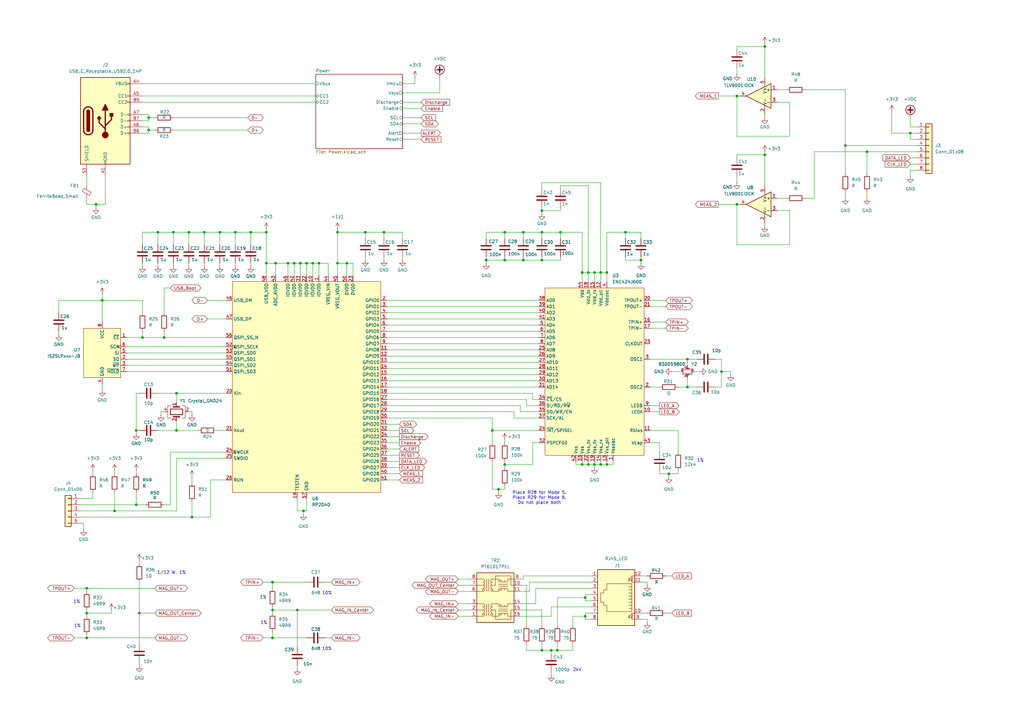
<source format=kicad_sch>
(kicad_sch
	(version 20250114)
	(generator "eeschema")
	(generator_version "9.0")
	(uuid "bccf2bd9-d6ed-4601-995b-34e70546d7b3")
	(paper "A3")
	
	(text "1/12 W, 1%"
		(exclude_from_sim no)
		(at 70.358 234.95 0)
		(effects
			(font
				(size 1.27 1.27)
			)
		)
		(uuid "0ff1b36e-294a-46ac-b9e0-68f83522bd2d")
	)
	(text "Place R28 for Mode 5.\nPlace R29 for Mode 6.\nDo not place both"
		(exclude_from_sim no)
		(at 221.234 204.216 0)
		(effects
			(font
				(size 1.27 1.27)
			)
		)
		(uuid "1b3578d6-e0c0-41ba-b21b-d45cbd78fc57")
	)
	(text "10%"
		(exclude_from_sim no)
		(at 134.112 243.332 0)
		(effects
			(font
				(size 1.27 1.27)
			)
		)
		(uuid "42a2b363-9f28-4515-9866-dfcc5d1fd2ff")
	)
	(text "1%"
		(exclude_from_sim no)
		(at 287.274 188.976 0)
		(effects
			(font
				(size 1.27 1.27)
			)
		)
		(uuid "6e4f8ebd-01a4-4b5e-bf90-9f0480d2ee08")
	)
	(text "1%"
		(exclude_from_sim no)
		(at 108.204 255.524 0)
		(effects
			(font
				(size 1.27 1.27)
			)
		)
		(uuid "6eab38ea-3890-483b-8b94-5ced53676c15")
	)
	(text "1%"
		(exclude_from_sim no)
		(at 31.496 246.888 0)
		(effects
			(font
				(size 1.27 1.27)
			)
		)
		(uuid "74aad014-9e86-47f4-a035-b9f381939867")
	)
	(text "10%"
		(exclude_from_sim no)
		(at 134.112 266.192 0)
		(effects
			(font
				(size 1.27 1.27)
			)
		)
		(uuid "8191b51a-6292-4b37-b6aa-65dfb7f6fd7c")
	)
	(text "1%"
		(exclude_from_sim no)
		(at 31.75 256.794 0)
		(effects
			(font
				(size 1.27 1.27)
			)
		)
		(uuid "962b95ed-4f55-4080-ad25-6e795378f043")
	)
	(text "1%"
		(exclude_from_sim no)
		(at 107.95 245.11 0)
		(effects
			(font
				(size 1.27 1.27)
			)
		)
		(uuid "b96c189c-3bf6-4fbb-93da-c24c8cb42496")
	)
	(text "2kV"
		(exclude_from_sim no)
		(at 236.728 274.828 0)
		(effects
			(font
				(size 1.27 1.27)
			)
		)
		(uuid "e4e09c9b-525a-4994-acdf-f4e8497d63d8")
	)
	(junction
		(at 238.76 190.5)
		(diameter 0)
		(color 0 0 0 0)
		(uuid "01761231-7733-4acd-be14-edc1f6582999")
	)
	(junction
		(at 248.92 190.5)
		(diameter 0)
		(color 0 0 0 0)
		(uuid "037ef728-b14f-4101-be27-e2e0eb0e020d")
	)
	(junction
		(at 281.94 147.32)
		(diameter 0)
		(color 0 0 0 0)
		(uuid "04a13790-544c-46f1-b3a7-b8d091cd9db6")
	)
	(junction
		(at 123.19 107.95)
		(diameter 0)
		(color 0 0 0 0)
		(uuid "0686391f-1e85-4b0c-bb2a-f948f0c8e8d7")
	)
	(junction
		(at 240.03 245.11)
		(diameter 0)
		(color 0 0 0 0)
		(uuid "0fb3ce2c-b87c-42ab-9e5f-280760c6856d")
	)
	(junction
		(at 111.76 250.19)
		(diameter 0)
		(color 0 0 0 0)
		(uuid "11f97a7a-7901-4945-89bf-74700d60ce63")
	)
	(junction
		(at 90.17 95.25)
		(diameter 0)
		(color 0 0 0 0)
		(uuid "129f5e34-d181-498d-bdad-30fa0308a0c4")
	)
	(junction
		(at 214.63 95.25)
		(diameter 0)
		(color 0 0 0 0)
		(uuid "13180e9e-7531-4571-8e24-b24bb443320a")
	)
	(junction
		(at 60.96 48.26)
		(diameter 0)
		(color 0 0 0 0)
		(uuid "142271cb-ba94-4c6c-87d0-e04a3a2dbe32")
	)
	(junction
		(at 346.71 59.69)
		(diameter 0)
		(color 0 0 0 0)
		(uuid "15f37e1c-520f-4cbc-bf8f-91775184de78")
	)
	(junction
		(at 111.76 238.76)
		(diameter 0)
		(color 0 0 0 0)
		(uuid "19d511a6-274e-4354-bc8e-5da392bfa535")
	)
	(junction
		(at 246.38 190.5)
		(diameter 0)
		(color 0 0 0 0)
		(uuid "1ad88e7e-f1dc-458a-957d-ed3f51566bd8")
	)
	(junction
		(at 121.92 250.19)
		(diameter 0)
		(color 0 0 0 0)
		(uuid "241ac2be-89aa-49e8-9976-e3bf9516d275")
	)
	(junction
		(at 55.88 176.53)
		(diameter 0)
		(color 0 0 0 0)
		(uuid "282a2ff3-3c47-42c0-a493-4ec551b02b5a")
	)
	(junction
		(at 256.54 95.25)
		(diameter 0)
		(color 0 0 0 0)
		(uuid "2a2bbd09-ce32-46ce-a1d8-3a33b10dc8ba")
	)
	(junction
		(at 138.43 107.95)
		(diameter 0)
		(color 0 0 0 0)
		(uuid "304694b4-1f51-4434-8848-55ffef42bf57")
	)
	(junction
		(at 302.26 83.82)
		(diameter 0)
		(color 0 0 0 0)
		(uuid "3122e1f0-2ca8-4885-a42b-eac472da6da0")
	)
	(junction
		(at 222.25 95.25)
		(diameter 0)
		(color 0 0 0 0)
		(uuid "31a3f32f-b037-4ce8-a133-2abd48e36b5e")
	)
	(junction
		(at 241.3 111.76)
		(diameter 0)
		(color 0 0 0 0)
		(uuid "338d1c9c-333c-4506-8ef9-2752a9733129")
	)
	(junction
		(at 113.03 107.95)
		(diameter 0)
		(color 0 0 0 0)
		(uuid "344f9197-0df8-41f2-bc9e-b61df0c6f941")
	)
	(junction
		(at 35.56 261.62)
		(diameter 0)
		(color 0 0 0 0)
		(uuid "350311f6-f9d5-4880-9919-f20b688f2f84")
	)
	(junction
		(at 243.84 190.5)
		(diameter 0)
		(color 0 0 0 0)
		(uuid "44f1ac6a-12b0-4322-9830-0d9a2d098f2b")
	)
	(junction
		(at 207.01 95.25)
		(diameter 0)
		(color 0 0 0 0)
		(uuid "4edd2b6d-0712-4547-aca6-db794f8e2973")
	)
	(junction
		(at 246.38 111.76)
		(diameter 0)
		(color 0 0 0 0)
		(uuid "52a42e5f-5a7b-49bf-aa12-1d7a5942bc7e")
	)
	(junction
		(at 226.06 266.7)
		(diameter 0)
		(color 0 0 0 0)
		(uuid "541c02c2-04ce-4a99-b31c-ac2ebb7b3555")
	)
	(junction
		(at 313.69 63.5)
		(diameter 0)
		(color 0 0 0 0)
		(uuid "5493711b-052c-419b-8ffa-ff1215380139")
	)
	(junction
		(at 201.93 176.53)
		(diameter 0)
		(color 0 0 0 0)
		(uuid "564ad582-a32c-4f01-aa7c-9bdb2b117178")
	)
	(junction
		(at 41.91 123.19)
		(diameter 0)
		(color 0 0 0 0)
		(uuid "591b7f61-19ea-4b88-a1e3-c6a875231a05")
	)
	(junction
		(at 228.6 266.7)
		(diameter 0)
		(color 0 0 0 0)
		(uuid "59c32b42-9247-44e2-86ee-0684d4b1eee9")
	)
	(junction
		(at 207.01 106.68)
		(diameter 0)
		(color 0 0 0 0)
		(uuid "5a0d6672-41a3-46d2-ac66-147c7e854b20")
	)
	(junction
		(at 72.39 176.53)
		(diameter 0)
		(color 0 0 0 0)
		(uuid "66b44c73-9725-4e51-a6b2-fe48fd12fafc")
	)
	(junction
		(at 128.27 107.95)
		(diameter 0)
		(color 0 0 0 0)
		(uuid "6b6048f7-5d96-4766-b339-810dc4ac175c")
	)
	(junction
		(at 46.99 209.55)
		(diameter 0)
		(color 0 0 0 0)
		(uuid "6c8f1b83-619b-454e-af92-85652c2e88e7")
	)
	(junction
		(at 64.77 95.25)
		(diameter 0)
		(color 0 0 0 0)
		(uuid "7342f519-bc73-4c0c-b761-1bea57f6ca52")
	)
	(junction
		(at 57.15 251.46)
		(diameter 0)
		(color 0 0 0 0)
		(uuid "75c6f5aa-d729-4b69-a79d-3a63182f807a")
	)
	(junction
		(at 58.42 138.43)
		(diameter 0)
		(color 0 0 0 0)
		(uuid "777d825a-aed8-4edf-b362-677ce34dc730")
	)
	(junction
		(at 295.91 152.4)
		(diameter 0)
		(color 0 0 0 0)
		(uuid "797d364b-ac09-4782-a47c-e66f7cae7dcb")
	)
	(junction
		(at 222.25 86.36)
		(diameter 0)
		(color 0 0 0 0)
		(uuid "79897ca5-837b-4793-a72b-201b0ffa1b3a")
	)
	(junction
		(at 355.6 62.23)
		(diameter 0)
		(color 0 0 0 0)
		(uuid "7a55e67c-aa71-48d1-b55b-c886211952fb")
	)
	(junction
		(at 302.26 39.37)
		(diameter 0)
		(color 0 0 0 0)
		(uuid "7c9dbad6-5005-46f1-a0a5-fbf05acf960a")
	)
	(junction
		(at 118.11 107.95)
		(diameter 0)
		(color 0 0 0 0)
		(uuid "7e5dc368-0561-493f-bc78-91a664b217f1")
	)
	(junction
		(at 102.87 95.25)
		(diameter 0)
		(color 0 0 0 0)
		(uuid "8ae4e3d1-ed53-4705-8a51-70557635c7bb")
	)
	(junction
		(at 96.52 95.25)
		(diameter 0)
		(color 0 0 0 0)
		(uuid "8d0ca11a-57c0-4340-83f2-01b2e1ae829a")
	)
	(junction
		(at 60.96 53.34)
		(diameter 0)
		(color 0 0 0 0)
		(uuid "8d0feffb-b8bb-4635-bf1a-787c5b62eb21")
	)
	(junction
		(at 124.46 209.55)
		(diameter 0)
		(color 0 0 0 0)
		(uuid "9075ccb8-de9c-41f6-a327-d0165c4d5b47")
	)
	(junction
		(at 222.25 106.68)
		(diameter 0)
		(color 0 0 0 0)
		(uuid "923b1d8a-cec6-4621-bdce-9c159fe1dbbe")
	)
	(junction
		(at 274.32 194.31)
		(diameter 0)
		(color 0 0 0 0)
		(uuid "94a81fd9-4d38-4048-8635-099e780f0957")
	)
	(junction
		(at 83.82 95.25)
		(diameter 0)
		(color 0 0 0 0)
		(uuid "9645539c-ada2-41e0-8fc4-20b0e67c5707")
	)
	(junction
		(at 157.48 95.25)
		(diameter 0)
		(color 0 0 0 0)
		(uuid "96c8de52-1f1a-480d-b1b1-188f6cb09312")
	)
	(junction
		(at 55.88 207.01)
		(diameter 0)
		(color 0 0 0 0)
		(uuid "9c7debe8-cc8a-4746-a13f-e373aae58ff7")
	)
	(junction
		(at 35.56 241.3)
		(diameter 0)
		(color 0 0 0 0)
		(uuid "9d3216e3-db7e-4600-9eba-976945781be5")
	)
	(junction
		(at 142.24 107.95)
		(diameter 0)
		(color 0 0 0 0)
		(uuid "adaf02c9-28d3-4af2-8fe9-770b2e4e36fb")
	)
	(junction
		(at 35.56 251.46)
		(diameter 0)
		(color 0 0 0 0)
		(uuid "b1374209-f36c-430f-9cd7-8072dbb806d8")
	)
	(junction
		(at 243.84 111.76)
		(diameter 0)
		(color 0 0 0 0)
		(uuid "b447e521-678f-4250-b1ae-d00fc75fc12f")
	)
	(junction
		(at 238.76 111.76)
		(diameter 0)
		(color 0 0 0 0)
		(uuid "bad8903f-8621-4343-8129-2fd43bd3f13a")
	)
	(junction
		(at 120.65 107.95)
		(diameter 0)
		(color 0 0 0 0)
		(uuid "bdaf4623-76ac-4cf4-ac04-9b3e35e0d6f5")
	)
	(junction
		(at 71.12 95.25)
		(diameter 0)
		(color 0 0 0 0)
		(uuid "c3e432d7-922e-4cf3-a9e3-3e129722ef25")
	)
	(junction
		(at 262.89 106.68)
		(diameter 0)
		(color 0 0 0 0)
		(uuid "c471197b-3c4b-44fe-9151-5c41d8d0ea55")
	)
	(junction
		(at 72.39 161.29)
		(diameter 0)
		(color 0 0 0 0)
		(uuid "c49a7a6a-5408-4d72-aa30-b4b463b1fe0e")
	)
	(junction
		(at 222.25 266.7)
		(diameter 0)
		(color 0 0 0 0)
		(uuid "caa1b63d-4b67-42dd-8bb8-99add5ba7133")
	)
	(junction
		(at 373.38 54.61)
		(diameter 0)
		(color 0 0 0 0)
		(uuid "cb781064-0172-49dd-ba2b-14419c418f57")
	)
	(junction
		(at 281.94 158.75)
		(diameter 0)
		(color 0 0 0 0)
		(uuid "cbef8f1b-a158-4fc1-a296-e0ec9ced0f94")
	)
	(junction
		(at 199.39 106.68)
		(diameter 0)
		(color 0 0 0 0)
		(uuid "cedf3a9f-eff3-4353-ba99-fa34b3991cf8")
	)
	(junction
		(at 111.76 261.62)
		(diameter 0)
		(color 0 0 0 0)
		(uuid "d38c040f-fb1f-43b3-a8f3-46cd13830417")
	)
	(junction
		(at 313.69 19.05)
		(diameter 0)
		(color 0 0 0 0)
		(uuid "d4296c91-2344-4849-b885-fb2b68937165")
	)
	(junction
		(at 125.73 107.95)
		(diameter 0)
		(color 0 0 0 0)
		(uuid "deb55af1-efb4-400a-9d80-d89d78a0c4ab")
	)
	(junction
		(at 39.37 83.82)
		(diameter 0)
		(color 0 0 0 0)
		(uuid "e1d19d18-5950-43ba-be66-7fb05870dc82")
	)
	(junction
		(at 214.63 106.68)
		(diameter 0)
		(color 0 0 0 0)
		(uuid "e3b0e418-74d5-47a3-9fd0-4c6017c4892e")
	)
	(junction
		(at 207.01 190.5)
		(diameter 0)
		(color 0 0 0 0)
		(uuid "e439132f-822e-4eb7-ae9d-a0adffb383dd")
	)
	(junction
		(at 240.03 252.73)
		(diameter 0)
		(color 0 0 0 0)
		(uuid "e4572bf8-b49d-4c99-9865-27f38c3aabce")
	)
	(junction
		(at 241.3 190.5)
		(diameter 0)
		(color 0 0 0 0)
		(uuid "e87594e3-da8e-4ce2-a979-252f78ef2035")
	)
	(junction
		(at 248.92 111.76)
		(diameter 0)
		(color 0 0 0 0)
		(uuid "e90f2fca-cd82-42d2-8720-d879f832c226")
	)
	(junction
		(at 109.22 95.25)
		(diameter 0)
		(color 0 0 0 0)
		(uuid "ed80b158-27d3-4f37-b60d-41dad3ddde76")
	)
	(junction
		(at 229.87 95.25)
		(diameter 0)
		(color 0 0 0 0)
		(uuid "efce3c13-cbe8-43a2-80f2-dccab1275386")
	)
	(junction
		(at 204.47 200.66)
		(diameter 0)
		(color 0 0 0 0)
		(uuid "f107a8e5-1d1d-4675-9001-891dc93e9c7f")
	)
	(junction
		(at 78.74 212.09)
		(diameter 0)
		(color 0 0 0 0)
		(uuid "f14001b3-6b01-4c15-bcd3-eef145bd7eb0")
	)
	(junction
		(at 109.22 107.95)
		(diameter 0)
		(color 0 0 0 0)
		(uuid "f3b0959c-f658-4e04-be0c-3a8ec33ea2d8")
	)
	(junction
		(at 130.81 107.95)
		(diameter 0)
		(color 0 0 0 0)
		(uuid "f6e056eb-b352-44f0-83d2-3b637d6f6da1")
	)
	(junction
		(at 138.43 95.25)
		(diameter 0)
		(color 0 0 0 0)
		(uuid "fa0aac12-d04f-4651-af8d-5a151de23e77")
	)
	(junction
		(at 149.86 95.25)
		(diameter 0)
		(color 0 0 0 0)
		(uuid "fa23582e-0169-4eaa-937a-3fb03ef992fc")
	)
	(junction
		(at 77.47 95.25)
		(diameter 0)
		(color 0 0 0 0)
		(uuid "fb2d0561-55bd-4dee-a375-42a961df4c8e")
	)
	(junction
		(at 67.31 138.43)
		(diameter 0)
		(color 0 0 0 0)
		(uuid "fd14a814-81d8-421c-a403-948d2ddfebca")
	)
	(wire
		(pts
			(xy 240.03 252.73) (xy 234.95 252.73)
		)
		(stroke
			(width 0)
			(type default)
		)
		(uuid "014f094f-d3c1-4efd-9e23-da346ead4965")
	)
	(wire
		(pts
			(xy 213.36 237.49) (xy 214.63 237.49)
		)
		(stroke
			(width 0)
			(type default)
		)
		(uuid "03463ebd-3d73-41d0-8fc3-e0e8cd60aa3d")
	)
	(wire
		(pts
			(xy 222.25 250.19) (xy 222.25 256.54)
		)
		(stroke
			(width 0)
			(type default)
		)
		(uuid "040a9ba5-48d8-4ab5-ad19-000faca0ed9e")
	)
	(wire
		(pts
			(xy 248.92 95.25) (xy 256.54 95.25)
		)
		(stroke
			(width 0)
			(type default)
		)
		(uuid "0482daaa-2391-488e-91b2-d606ef38127c")
	)
	(wire
		(pts
			(xy 226.06 248.92) (xy 242.57 248.92)
		)
		(stroke
			(width 0)
			(type default)
		)
		(uuid "04bae29a-ed29-4d5b-a507-f3f900d3215e")
	)
	(wire
		(pts
			(xy 236.22 190.5) (xy 238.76 190.5)
		)
		(stroke
			(width 0)
			(type default)
		)
		(uuid "05a6ab74-0263-46f7-988e-d96810ee21ab")
	)
	(wire
		(pts
			(xy 71.12 48.26) (xy 101.6 48.26)
		)
		(stroke
			(width 0)
			(type default)
		)
		(uuid "06372671-3082-4167-8a11-06c7eee840dd")
	)
	(wire
		(pts
			(xy 83.82 95.25) (xy 90.17 95.25)
		)
		(stroke
			(width 0)
			(type default)
		)
		(uuid "06b75d8a-2be8-4a39-8343-4cb3820b6951")
	)
	(wire
		(pts
			(xy 33.02 214.63) (xy 34.29 214.63)
		)
		(stroke
			(width 0)
			(type default)
		)
		(uuid "07cca473-d8af-4b60-99d6-a1aa10e9fb25")
	)
	(wire
		(pts
			(xy 222.25 97.79) (xy 222.25 95.25)
		)
		(stroke
			(width 0)
			(type default)
		)
		(uuid "09f2796d-6c41-44d4-bed0-9794f410e9dd")
	)
	(wire
		(pts
			(xy 346.71 59.69) (xy 346.71 36.83)
		)
		(stroke
			(width 0)
			(type default)
		)
		(uuid "0a0ca8c1-a2f0-4cc9-ac7a-f73ee1314ed9")
	)
	(wire
		(pts
			(xy 118.11 107.95) (xy 118.11 113.03)
		)
		(stroke
			(width 0)
			(type default)
		)
		(uuid "0b81ed36-8af1-400e-a7f6-5323c170888b")
	)
	(wire
		(pts
			(xy 96.52 107.95) (xy 96.52 109.22)
		)
		(stroke
			(width 0)
			(type default)
		)
		(uuid "0bc3863a-b8d5-4464-858a-243782f1eedf")
	)
	(wire
		(pts
			(xy 144.78 113.03) (xy 144.78 107.95)
		)
		(stroke
			(width 0)
			(type default)
		)
		(uuid "0c5fcf01-0efb-4a82-ba1a-616e42803650")
	)
	(wire
		(pts
			(xy 157.48 95.25) (xy 165.1 95.25)
		)
		(stroke
			(width 0)
			(type default)
		)
		(uuid "0de164ab-c6d9-4a86-af9d-9aa45578c8f4")
	)
	(wire
		(pts
			(xy 270.51 194.31) (xy 274.32 194.31)
		)
		(stroke
			(width 0)
			(type default)
		)
		(uuid "0f0c2015-89f6-49eb-91af-1bbb8078ccdf")
	)
	(wire
		(pts
			(xy 241.3 189.23) (xy 241.3 190.5)
		)
		(stroke
			(width 0)
			(type default)
		)
		(uuid "0f5cbd39-58fc-436b-a7c8-8038c9756b95")
	)
	(wire
		(pts
			(xy 323.85 86.36) (xy 323.85 100.33)
		)
		(stroke
			(width 0)
			(type default)
		)
		(uuid "1028bd06-b239-42d6-bfda-24a938e9cda3")
	)
	(wire
		(pts
			(xy 262.89 95.25) (xy 262.89 97.79)
		)
		(stroke
			(width 0)
			(type default)
		)
		(uuid "10a1f313-bbff-4c9f-b4b4-e1ffcaa93113")
	)
	(wire
		(pts
			(xy 313.69 91.44) (xy 313.69 92.71)
		)
		(stroke
			(width 0)
			(type default)
		)
		(uuid "118e1a0f-b10e-4358-816c-4fb23155d17e")
	)
	(wire
		(pts
			(xy 229.87 76.2) (xy 229.87 77.47)
		)
		(stroke
			(width 0)
			(type default)
		)
		(uuid "1262e9a2-f3b0-436d-8c42-badc0753ecb5")
	)
	(wire
		(pts
			(xy 238.76 111.76) (xy 238.76 95.25)
		)
		(stroke
			(width 0)
			(type default)
		)
		(uuid "1382333a-b0f9-4239-8f8d-fb3fe6709c83")
	)
	(wire
		(pts
			(xy 373.38 48.26) (xy 373.38 52.07)
		)
		(stroke
			(width 0)
			(type default)
		)
		(uuid "138a05b6-1af1-4402-bf11-f7477fb9fd98")
	)
	(wire
		(pts
			(xy 313.69 19.05) (xy 313.69 31.75)
		)
		(stroke
			(width 0)
			(type default)
		)
		(uuid "13a1c24c-dd32-4829-ad89-129c4e525ae5")
	)
	(wire
		(pts
			(xy 246.38 111.76) (xy 246.38 115.57)
		)
		(stroke
			(width 0)
			(type default)
		)
		(uuid "153ea4f3-ca22-45b2-a7d2-cf6f38c5b803")
	)
	(wire
		(pts
			(xy 58.42 34.29) (xy 129.54 34.29)
		)
		(stroke
			(width 0)
			(type default)
		)
		(uuid "165e6259-547b-41b7-88c7-f987d6fe89f8")
	)
	(wire
		(pts
			(xy 222.25 74.93) (xy 222.25 77.47)
		)
		(stroke
			(width 0)
			(type default)
		)
		(uuid "1695afe3-9548-4841-87ef-92d5ef467276")
	)
	(wire
		(pts
			(xy 60.96 48.26) (xy 63.5 48.26)
		)
		(stroke
			(width 0)
			(type default)
		)
		(uuid "1737f7f2-9924-4d91-a95a-c0ac370384dd")
	)
	(wire
		(pts
			(xy 373.38 69.85) (xy 375.92 69.85)
		)
		(stroke
			(width 0)
			(type default)
		)
		(uuid "181bc3ea-820d-4724-b7b8-bfd498e99f0d")
	)
	(wire
		(pts
			(xy 55.88 201.93) (xy 55.88 207.01)
		)
		(stroke
			(width 0)
			(type default)
		)
		(uuid "1851ff5b-7413-4d68-8421-ff649553b8f2")
	)
	(wire
		(pts
			(xy 222.25 266.7) (xy 226.06 266.7)
		)
		(stroke
			(width 0)
			(type default)
		)
		(uuid "18822c2f-9fa9-4f74-892a-c48cc8a9d790")
	)
	(wire
		(pts
			(xy 157.48 95.25) (xy 157.48 97.79)
		)
		(stroke
			(width 0)
			(type default)
		)
		(uuid "1a4717f5-3f96-44ab-a33a-2b4e1d967988")
	)
	(wire
		(pts
			(xy 144.78 107.95) (xy 142.24 107.95)
		)
		(stroke
			(width 0)
			(type default)
		)
		(uuid "1bbae96c-f757-4c4c-b64c-3598fd64865e")
	)
	(wire
		(pts
			(xy 213.36 168.91) (xy 220.98 168.91)
		)
		(stroke
			(width 0)
			(type default)
		)
		(uuid "1caa50e3-94ce-4181-a5e0-73060de71af9")
	)
	(wire
		(pts
			(xy 92.71 196.85) (xy 86.36 196.85)
		)
		(stroke
			(width 0)
			(type default)
		)
		(uuid "1d4fd2e7-d637-408a-9630-226a2f92fa4f")
	)
	(wire
		(pts
			(xy 270.51 185.42) (xy 270.51 181.61)
		)
		(stroke
			(width 0)
			(type default)
		)
		(uuid "1de403cf-c6e1-4574-81fd-01725ae0a6a7")
	)
	(wire
		(pts
			(xy 228.6 245.11) (xy 240.03 245.11)
		)
		(stroke
			(width 0)
			(type default)
		)
		(uuid "1f405fcf-cef9-4d9d-b094-6ba3507668bb")
	)
	(wire
		(pts
			(xy 318.77 81.28) (xy 322.58 81.28)
		)
		(stroke
			(width 0)
			(type default)
		)
		(uuid "210a3167-06fe-41e9-be65-72bb7794b65b")
	)
	(wire
		(pts
			(xy 86.36 196.85) (xy 86.36 212.09)
		)
		(stroke
			(width 0)
			(type default)
		)
		(uuid "217bc30f-140f-404c-973d-9e9af98386df")
	)
	(wire
		(pts
			(xy 323.85 100.33) (xy 302.26 100.33)
		)
		(stroke
			(width 0)
			(type default)
		)
		(uuid "224dab5d-e0f1-48b5-9ab5-8c58a480a3ab")
	)
	(wire
		(pts
			(xy 39.37 83.82) (xy 43.18 83.82)
		)
		(stroke
			(width 0)
			(type default)
		)
		(uuid "229630b0-bc48-4cd8-9de8-5ca142fba92f")
	)
	(wire
		(pts
			(xy 241.3 76.2) (xy 229.87 76.2)
		)
		(stroke
			(width 0)
			(type default)
		)
		(uuid "22a3845b-9fbe-43f4-bf6c-4af0846c70b8")
	)
	(wire
		(pts
			(xy 58.42 100.33) (xy 58.42 95.25)
		)
		(stroke
			(width 0)
			(type default)
		)
		(uuid "242a2917-f216-4e67-9e2d-3288e8ccfaa8")
	)
	(wire
		(pts
			(xy 88.9 176.53) (xy 92.71 176.53)
		)
		(stroke
			(width 0)
			(type default)
		)
		(uuid "24a6c9eb-5560-42dc-8aa3-a8ec217baf6f")
	)
	(wire
		(pts
			(xy 158.75 163.83) (xy 215.9 163.83)
		)
		(stroke
			(width 0)
			(type default)
		)
		(uuid "24c00964-efc3-4328-afc2-7b8aa49e5205")
	)
	(wire
		(pts
			(xy 218.44 181.61) (xy 218.44 190.5)
		)
		(stroke
			(width 0)
			(type default)
		)
		(uuid "24fa48b3-2548-4238-97bb-845b5f2199c8")
	)
	(wire
		(pts
			(xy 60.96 53.34) (xy 60.96 54.61)
		)
		(stroke
			(width 0)
			(type default)
		)
		(uuid "25226a19-70a5-48a5-9c8c-46f8a9fbc9a8")
	)
	(wire
		(pts
			(xy 275.59 152.4) (xy 279.4 152.4)
		)
		(stroke
			(width 0)
			(type default)
		)
		(uuid "2548e92c-dd1c-4994-8ce7-3c183e39a561")
	)
	(wire
		(pts
			(xy 165.1 50.8) (xy 172.72 50.8)
		)
		(stroke
			(width 0)
			(type default)
		)
		(uuid "25720e49-e72c-4f8a-b95a-f556584374a0")
	)
	(wire
		(pts
			(xy 270.51 181.61) (xy 266.7 181.61)
		)
		(stroke
			(width 0)
			(type default)
		)
		(uuid "2611be70-17ef-4c86-afb3-1d1124cf197c")
	)
	(wire
		(pts
			(xy 281.94 147.32) (xy 281.94 149.86)
		)
		(stroke
			(width 0)
			(type default)
		)
		(uuid "2625483e-da47-4ef2-a960-1d0dc86a80aa")
	)
	(wire
		(pts
			(xy 58.42 95.25) (xy 64.77 95.25)
		)
		(stroke
			(width 0)
			(type default)
		)
		(uuid "266399f5-ebb5-4ef6-93d3-00e410eb0b57")
	)
	(wire
		(pts
			(xy 240.03 243.84) (xy 240.03 245.11)
		)
		(stroke
			(width 0)
			(type default)
		)
		(uuid "26ee0434-e3a3-4de7-903f-62e4aa458db8")
	)
	(wire
		(pts
			(xy 243.84 111.76) (xy 246.38 111.76)
		)
		(stroke
			(width 0)
			(type default)
		)
		(uuid "277259ee-cd2e-4963-b2f3-1ea7818f1a91")
	)
	(wire
		(pts
			(xy 24.13 123.19) (xy 41.91 123.19)
		)
		(stroke
			(width 0)
			(type default)
		)
		(uuid "2828603a-c2cb-4df0-a304-61a882260517")
	)
	(wire
		(pts
			(xy 165.1 38.1) (xy 180.34 38.1)
		)
		(stroke
			(width 0)
			(type default)
		)
		(uuid "2900c10a-0ae5-448f-9dba-f75406e41f39")
	)
	(wire
		(pts
			(xy 107.95 261.62) (xy 111.76 261.62)
		)
		(stroke
			(width 0)
			(type default)
		)
		(uuid "295ee14b-4dc9-40b9-a4ea-bd0f336a90cf")
	)
	(wire
		(pts
			(xy 228.6 264.16) (xy 228.6 266.7)
		)
		(stroke
			(width 0)
			(type default)
		)
		(uuid "2a63fc52-8b8b-4c10-9218-afa8cb767ebf")
	)
	(wire
		(pts
			(xy 58.42 107.95) (xy 58.42 109.22)
		)
		(stroke
			(width 0)
			(type default)
		)
		(uuid "2b129caa-0e27-41f5-8808-eb017accf79d")
	)
	(wire
		(pts
			(xy 228.6 266.7) (xy 234.95 266.7)
		)
		(stroke
			(width 0)
			(type default)
		)
		(uuid "2bc52e20-95de-4e86-b4ac-7831eeaebea4")
	)
	(wire
		(pts
			(xy 170.18 34.29) (xy 170.18 31.75)
		)
		(stroke
			(width 0)
			(type default)
		)
		(uuid "2c9076a1-6390-47ac-a264-a8772023eceb")
	)
	(wire
		(pts
			(xy 201.93 171.45) (xy 201.93 176.53)
		)
		(stroke
			(width 0)
			(type default)
		)
		(uuid "2ebbdfcb-d8ab-4948-84ed-8691af021383")
	)
	(wire
		(pts
			(xy 210.82 171.45) (xy 220.98 171.45)
		)
		(stroke
			(width 0)
			(type default)
		)
		(uuid "2f1cf76a-8bf6-4242-ba8e-df828342aa24")
	)
	(wire
		(pts
			(xy 373.38 64.77) (xy 375.92 64.77)
		)
		(stroke
			(width 0)
			(type default)
		)
		(uuid "2f35bff0-a184-4f53-9deb-f5e5302e5545")
	)
	(wire
		(pts
			(xy 35.56 261.62) (xy 35.56 260.35)
		)
		(stroke
			(width 0)
			(type default)
		)
		(uuid "2f5274d9-5bf3-43ee-9f95-e0fb7d50dd4a")
	)
	(wire
		(pts
			(xy 158.75 148.59) (xy 220.98 148.59)
		)
		(stroke
			(width 0)
			(type default)
		)
		(uuid "2f7e8a4d-3a8c-4060-a10b-84bdeb01862c")
	)
	(wire
		(pts
			(xy 302.26 55.88) (xy 302.26 39.37)
		)
		(stroke
			(width 0)
			(type default)
		)
		(uuid "300040c5-b02d-4a9e-b4de-380e04d22f6d")
	)
	(wire
		(pts
			(xy 165.1 41.91) (xy 172.72 41.91)
		)
		(stroke
			(width 0)
			(type default)
		)
		(uuid "30171629-51d7-4093-9369-ea69347024f1")
	)
	(wire
		(pts
			(xy 199.39 106.68) (xy 199.39 107.95)
		)
		(stroke
			(width 0)
			(type default)
		)
		(uuid "30564058-6f8e-4ac0-93df-2b1de63c24c9")
	)
	(wire
		(pts
			(xy 207.01 95.25) (xy 214.63 95.25)
		)
		(stroke
			(width 0)
			(type default)
		)
		(uuid "30922306-0d90-4782-bc69-b07cabfdf971")
	)
	(wire
		(pts
			(xy 302.26 83.82) (xy 303.53 83.82)
		)
		(stroke
			(width 0)
			(type default)
		)
		(uuid "30da1529-468b-4625-8a5b-5ea6fe3b7ea4")
	)
	(wire
		(pts
			(xy 55.88 207.01) (xy 59.69 207.01)
		)
		(stroke
			(width 0)
			(type default)
		)
		(uuid "30dc0f44-9e94-4c24-9a1f-3a880fe17bbc")
	)
	(wire
		(pts
			(xy 302.26 20.32) (xy 302.26 19.05)
		)
		(stroke
			(width 0)
			(type default)
		)
		(uuid "3127f9ad-fa7d-4ee2-84b1-0738e1b08bb6")
	)
	(wire
		(pts
			(xy 41.91 120.65) (xy 41.91 123.19)
		)
		(stroke
			(width 0)
			(type default)
		)
		(uuid "314dd6e0-bf7e-4ea7-a105-2a4b6816ea62")
	)
	(wire
		(pts
			(xy 128.27 107.95) (xy 128.27 113.03)
		)
		(stroke
			(width 0)
			(type default)
		)
		(uuid "31acaac6-6ed4-4008-9b99-c91eea75f46c")
	)
	(wire
		(pts
			(xy 41.91 157.48) (xy 41.91 160.02)
		)
		(stroke
			(width 0)
			(type default)
		)
		(uuid "31f7724a-a54c-4965-af9a-42e7125ef53e")
	)
	(wire
		(pts
			(xy 242.57 251.46) (xy 240.03 251.46)
		)
		(stroke
			(width 0)
			(type default)
		)
		(uuid "321e73af-cd7d-4872-bf97-d9c34ec9c135")
	)
	(wire
		(pts
			(xy 83.82 107.95) (xy 83.82 109.22)
		)
		(stroke
			(width 0)
			(type default)
		)
		(uuid "325cbcb7-cf4d-4282-9a06-ba059450b9b7")
	)
	(wire
		(pts
			(xy 72.39 209.55) (xy 72.39 187.96)
		)
		(stroke
			(width 0)
			(type default)
		)
		(uuid "329fca43-0f92-4664-a30b-aa587e17b833")
	)
	(wire
		(pts
			(xy 365.76 54.61) (xy 373.38 54.61)
		)
		(stroke
			(width 0)
			(type default)
		)
		(uuid "32f8548d-fe91-4953-a437-d5b06f863219")
	)
	(wire
		(pts
			(xy 248.92 111.76) (xy 248.92 115.57)
		)
		(stroke
			(width 0)
			(type default)
		)
		(uuid "3305d7d4-d838-4260-bce2-517f21d6643a")
	)
	(wire
		(pts
			(xy 64.77 107.95) (xy 64.77 109.22)
		)
		(stroke
			(width 0)
			(type default)
		)
		(uuid "3522f028-b114-4c31-801c-b50dc3a1b116")
	)
	(wire
		(pts
			(xy 218.44 190.5) (xy 207.01 190.5)
		)
		(stroke
			(width 0)
			(type default)
		)
		(uuid "352f539a-39ed-4dae-aa8d-e336c39353e7")
	)
	(wire
		(pts
			(xy 293.37 147.32) (xy 295.91 147.32)
		)
		(stroke
			(width 0)
			(type default)
		)
		(uuid "35c57b2a-465c-4fcd-83b8-9f2413c5ff4f")
	)
	(wire
		(pts
			(xy 355.6 62.23) (xy 375.92 62.23)
		)
		(stroke
			(width 0)
			(type default)
		)
		(uuid "37385358-f569-4fed-8488-cf3103fbf4c7")
	)
	(wire
		(pts
			(xy 294.64 39.37) (xy 302.26 39.37)
		)
		(stroke
			(width 0)
			(type default)
		)
		(uuid "380c3d87-b1a0-4df1-a79c-1a18b37f01bf")
	)
	(wire
		(pts
			(xy 222.25 264.16) (xy 222.25 266.7)
		)
		(stroke
			(width 0)
			(type default)
		)
		(uuid "3817e168-488c-409e-ab87-09c0152bffb8")
	)
	(wire
		(pts
			(xy 158.75 161.29) (xy 218.44 161.29)
		)
		(stroke
			(width 0)
			(type default)
		)
		(uuid "38788a3b-b6ac-4818-968f-8fde250655b2")
	)
	(wire
		(pts
			(xy 355.6 71.12) (xy 355.6 62.23)
		)
		(stroke
			(width 0)
			(type default)
		)
		(uuid "38adf442-2b12-42e9-9a8a-45ee421d8629")
	)
	(wire
		(pts
			(xy 318.77 36.83) (xy 322.58 36.83)
		)
		(stroke
			(width 0)
			(type default)
		)
		(uuid "38ddf10e-eb6d-4096-b925-d47824417e7e")
	)
	(wire
		(pts
			(xy 38.1 204.47) (xy 38.1 201.93)
		)
		(stroke
			(width 0)
			(type default)
		)
		(uuid "399a8829-3140-47a2-ba4a-ec5877780634")
	)
	(wire
		(pts
			(xy 133.35 238.76) (xy 135.89 238.76)
		)
		(stroke
			(width 0)
			(type default)
		)
		(uuid "3ae35814-f1d2-4b13-a111-797a0fdcc6ce")
	)
	(wire
		(pts
			(xy 67.31 207.01) (xy 69.85 207.01)
		)
		(stroke
			(width 0)
			(type default)
		)
		(uuid "3b289fe9-26c1-44ae-856d-2177e54e958e")
	)
	(wire
		(pts
			(xy 52.07 149.86) (xy 92.71 149.86)
		)
		(stroke
			(width 0)
			(type default)
		)
		(uuid "3c238709-88d3-4d08-92ff-5251034108ca")
	)
	(wire
		(pts
			(xy 214.63 237.49) (xy 214.63 236.22)
		)
		(stroke
			(width 0)
			(type default)
		)
		(uuid "3ca8d2d2-4542-4505-bb8f-222a88f6351e")
	)
	(wire
		(pts
			(xy 214.63 106.68) (xy 222.25 106.68)
		)
		(stroke
			(width 0)
			(type default)
		)
		(uuid "3d655155-b07c-4254-87a4-df459fcbbdfe")
	)
	(wire
		(pts
			(xy 215.9 166.37) (xy 220.98 166.37)
		)
		(stroke
			(width 0)
			(type default)
		)
		(uuid "3d722cfc-64bc-4d38-9b1a-e4d6e39eeb26")
	)
	(wire
		(pts
			(xy 248.92 190.5) (xy 251.46 190.5)
		)
		(stroke
			(width 0)
			(type default)
		)
		(uuid "3ddb0d1a-bb21-4bb4-bbf2-cdd329f5079f")
	)
	(wire
		(pts
			(xy 128.27 107.95) (xy 125.73 107.95)
		)
		(stroke
			(width 0)
			(type default)
		)
		(uuid "3e35f25a-ae58-4fb8-affe-0897d74b827c")
	)
	(wire
		(pts
			(xy 266.7 168.91) (xy 270.51 168.91)
		)
		(stroke
			(width 0)
			(type default)
		)
		(uuid "3f45f7fa-b473-49f8-91c1-7e286dd578d4")
	)
	(wire
		(pts
			(xy 266.7 147.32) (xy 281.94 147.32)
		)
		(stroke
			(width 0)
			(type default)
		)
		(uuid "3fac6e88-a7b1-4a25-a933-499f1c2a45f4")
	)
	(wire
		(pts
			(xy 111.76 250.19) (xy 111.76 251.46)
		)
		(stroke
			(width 0)
			(type default)
		)
		(uuid "3fcab95f-e812-405b-81c1-85200fe12dbc")
	)
	(wire
		(pts
			(xy 57.15 238.76) (xy 57.15 251.46)
		)
		(stroke
			(width 0)
			(type default)
		)
		(uuid "3fd6c2c5-0954-4fb0-835b-f992a30d9617")
	)
	(wire
		(pts
			(xy 242.57 243.84) (xy 240.03 243.84)
		)
		(stroke
			(width 0)
			(type default)
		)
		(uuid "40656e0b-3f34-459d-9e19-d6ec8b160a6f")
	)
	(wire
		(pts
			(xy 165.1 95.25) (xy 165.1 97.79)
		)
		(stroke
			(width 0)
			(type default)
		)
		(uuid "407d1623-25e0-4d93-9282-9061bc38c006")
	)
	(wire
		(pts
			(xy 165.1 34.29) (xy 170.18 34.29)
		)
		(stroke
			(width 0)
			(type default)
		)
		(uuid "43e0727a-75bf-4df6-b49e-85e557296400")
	)
	(wire
		(pts
			(xy 111.76 261.62) (xy 125.73 261.62)
		)
		(stroke
			(width 0)
			(type default)
		)
		(uuid "43e0b3c5-a261-4618-b4f2-c2aff00a78dc")
	)
	(wire
		(pts
			(xy 77.47 107.95) (xy 77.47 109.22)
		)
		(stroke
			(width 0)
			(type default)
		)
		(uuid "44345224-70be-4817-bb00-c31f0b589dc6")
	)
	(wire
		(pts
			(xy 72.39 165.1) (xy 72.39 161.29)
		)
		(stroke
			(width 0)
			(type default)
		)
		(uuid "45d4d87a-3beb-48ae-8c00-f33f3d0b5821")
	)
	(wire
		(pts
			(xy 85.09 123.19) (xy 92.71 123.19)
		)
		(stroke
			(width 0)
			(type default)
		)
		(uuid "462c8a88-9f42-4c0a-9752-1b7214884f10")
	)
	(wire
		(pts
			(xy 158.75 146.05) (xy 220.98 146.05)
		)
		(stroke
			(width 0)
			(type default)
		)
		(uuid "469494f4-6eed-4b2b-9569-d0a3be155577")
	)
	(wire
		(pts
			(xy 57.15 271.78) (xy 57.15 273.05)
		)
		(stroke
			(width 0)
			(type default)
		)
		(uuid "46a3893c-f740-4f42-a688-3bcc734ce1e0")
	)
	(wire
		(pts
			(xy 113.03 107.95) (xy 113.03 113.03)
		)
		(stroke
			(width 0)
			(type default)
		)
		(uuid "46bc8d62-7217-47f4-9fde-70d7041f6d9d")
	)
	(wire
		(pts
			(xy 85.09 130.81) (xy 92.71 130.81)
		)
		(stroke
			(width 0)
			(type default)
		)
		(uuid "47cae6ce-7b2d-4945-af96-408e341874e5")
	)
	(wire
		(pts
			(xy 158.75 128.27) (xy 220.98 128.27)
		)
		(stroke
			(width 0)
			(type default)
		)
		(uuid "47f7a4ec-65c8-4654-bb83-5ae4702c325a")
	)
	(wire
		(pts
			(xy 266.7 134.62) (xy 273.05 134.62)
		)
		(stroke
			(width 0)
			(type default)
		)
		(uuid "488ef267-bc1c-4f2f-bed3-a0ba6cf891cb")
	)
	(wire
		(pts
			(xy 302.26 39.37) (xy 303.53 39.37)
		)
		(stroke
			(width 0)
			(type default)
		)
		(uuid "48970402-795a-433e-ae71-1345e517c0f0")
	)
	(wire
		(pts
			(xy 142.24 113.03) (xy 142.24 107.95)
		)
		(stroke
			(width 0)
			(type default)
		)
		(uuid "49854f48-8f16-4f5c-bcf7-c47793d3e5d8")
	)
	(wire
		(pts
			(xy 262.89 106.68) (xy 262.89 107.95)
		)
		(stroke
			(width 0)
			(type default)
		)
		(uuid "49ae5e53-466b-4eeb-85c9-658cd239e4a5")
	)
	(wire
		(pts
			(xy 121.92 209.55) (xy 124.46 209.55)
		)
		(stroke
			(width 0)
			(type default)
		)
		(uuid "4c180530-bc94-4890-9f9a-a34e08f1fa44")
	)
	(wire
		(pts
			(xy 207.01 106.68) (xy 214.63 106.68)
		)
		(stroke
			(width 0)
			(type default)
		)
		(uuid "4c2d0dd3-8476-4f0e-a438-0445c55f7eb4")
	)
	(wire
		(pts
			(xy 238.76 111.76) (xy 241.3 111.76)
		)
		(stroke
			(width 0)
			(type default)
		)
		(uuid "4d6149e1-4772-4f40-a02b-36853600b07e")
	)
	(wire
		(pts
			(xy 302.26 100.33) (xy 302.26 83.82)
		)
		(stroke
			(width 0)
			(type default)
		)
		(uuid "4d69562b-7078-483e-b7b6-010ff9cd3fde")
	)
	(wire
		(pts
			(xy 57.15 161.29) (xy 55.88 161.29)
		)
		(stroke
			(width 0)
			(type default)
		)
		(uuid "4dded9a6-8043-44fd-bfe8-7e18955ea292")
	)
	(wire
		(pts
			(xy 57.15 251.46) (xy 63.5 251.46)
		)
		(stroke
			(width 0)
			(type default)
		)
		(uuid "4e4f7fc1-3e8d-497e-afcf-36a0c780ad0e")
	)
	(wire
		(pts
			(xy 60.96 54.61) (xy 58.42 54.61)
		)
		(stroke
			(width 0)
			(type default)
		)
		(uuid "4e632514-4315-4c3b-a98c-c81466d3c230")
	)
	(wire
		(pts
			(xy 295.91 158.75) (xy 293.37 158.75)
		)
		(stroke
			(width 0)
			(type default)
		)
		(uuid "4f2e984d-429a-4953-a1a3-eedbe0c1d7e4")
	)
	(wire
		(pts
			(xy 222.25 86.36) (xy 229.87 86.36)
		)
		(stroke
			(width 0)
			(type default)
		)
		(uuid "4f7790b9-2fc7-40b4-b229-fd6b2225da5a")
	)
	(wire
		(pts
			(xy 266.7 132.08) (xy 273.05 132.08)
		)
		(stroke
			(width 0)
			(type default)
		)
		(uuid "500024c2-7084-4c0f-9b2d-6da6ae39c484")
	)
	(wire
		(pts
			(xy 142.24 107.95) (xy 138.43 107.95)
		)
		(stroke
			(width 0)
			(type default)
		)
		(uuid "502a72bf-c7c1-4b3e-b29d-4f01641c856f")
	)
	(wire
		(pts
			(xy 234.95 266.7) (xy 234.95 264.16)
		)
		(stroke
			(width 0)
			(type default)
		)
		(uuid "5522de92-051a-433e-8880-59f83e2cd453")
	)
	(wire
		(pts
			(xy 246.38 190.5) (xy 248.92 190.5)
		)
		(stroke
			(width 0)
			(type default)
		)
		(uuid "56186c4f-0921-4270-9081-d52d139ca2de")
	)
	(wire
		(pts
			(xy 41.91 123.19) (xy 41.91 132.08)
		)
		(stroke
			(width 0)
			(type default)
		)
		(uuid "56c86a5c-775e-4aa2-b205-ae6af079e296")
	)
	(wire
		(pts
			(xy 187.96 247.65) (xy 193.04 247.65)
		)
		(stroke
			(width 0)
			(type default)
		)
		(uuid "56deaf96-a949-4aa8-b7ff-082deb18ee52")
	)
	(wire
		(pts
			(xy 313.69 46.99) (xy 313.69 48.26)
		)
		(stroke
			(width 0)
			(type default)
		)
		(uuid "571358e8-8d8e-4b39-92b9-82a768d5ecd2")
	)
	(wire
		(pts
			(xy 241.3 111.76) (xy 241.3 76.2)
		)
		(stroke
			(width 0)
			(type default)
		)
		(uuid "579649c9-69a7-4b51-a122-6a7279b1b868")
	)
	(wire
		(pts
			(xy 313.69 62.23) (xy 313.69 63.5)
		)
		(stroke
			(width 0)
			(type default)
		)
		(uuid "58702668-c2fd-4df4-8208-d05b7e33540d")
	)
	(wire
		(pts
			(xy 213.36 252.73) (xy 226.06 252.73)
		)
		(stroke
			(width 0)
			(type default)
		)
		(uuid "58846f59-e9f6-4173-be75-499e2279f570")
	)
	(wire
		(pts
			(xy 55.88 176.53) (xy 57.15 176.53)
		)
		(stroke
			(width 0)
			(type default)
		)
		(uuid "58ae8c8b-5f59-439c-9d5b-f177bc102303")
	)
	(wire
		(pts
			(xy 158.75 179.07) (xy 163.83 179.07)
		)
		(stroke
			(width 0)
			(type default)
		)
		(uuid "59969de1-27f8-4444-a03a-e0ab9b033f18")
	)
	(wire
		(pts
			(xy 215.9 266.7) (xy 222.25 266.7)
		)
		(stroke
			(width 0)
			(type default)
		)
		(uuid "59e9a722-32f2-44d5-94ea-3a949d9f03e7")
	)
	(wire
		(pts
			(xy 274.32 194.31) (xy 274.32 195.58)
		)
		(stroke
			(width 0)
			(type default)
		)
		(uuid "5aa82763-e492-409c-b005-adb81cc39d1f")
	)
	(wire
		(pts
			(xy 30.48 241.3) (xy 35.56 241.3)
		)
		(stroke
			(width 0)
			(type default)
		)
		(uuid "5abcd427-6654-4acb-ae11-0103c254ba89")
	)
	(wire
		(pts
			(xy 125.73 204.47) (xy 125.73 209.55)
		)
		(stroke
			(width 0)
			(type default)
		)
		(uuid "5bcf559f-67cb-414a-bcaf-864c6375dc96")
	)
	(wire
		(pts
			(xy 323.85 55.88) (xy 302.26 55.88)
		)
		(stroke
			(width 0)
			(type default)
		)
		(uuid "5c16e8b2-2d88-41bd-b037-504abcf43ecb")
	)
	(wire
		(pts
			(xy 72.39 172.72) (xy 72.39 176.53)
		)
		(stroke
			(width 0)
			(type default)
		)
		(uuid "5ca316a3-7584-43e2-86b1-5579eda408b7")
	)
	(wire
		(pts
			(xy 256.54 106.68) (xy 262.89 106.68)
		)
		(stroke
			(width 0)
			(type default)
		)
		(uuid "5d55694d-d826-4173-9040-6a3085b7af0a")
	)
	(wire
		(pts
			(xy 55.88 161.29) (xy 55.88 176.53)
		)
		(stroke
			(width 0)
			(type default)
		)
		(uuid "5da9c834-619f-47f7-be07-427623ddc427")
	)
	(wire
		(pts
			(xy 334.01 62.23) (xy 334.01 81.28)
		)
		(stroke
			(width 0)
			(type default)
		)
		(uuid "5dd21287-1cdb-4b95-b144-6e44d103425c")
	)
	(wire
		(pts
			(xy 109.22 95.25) (xy 109.22 107.95)
		)
		(stroke
			(width 0)
			(type default)
		)
		(uuid "5ef12a4e-fd34-4116-98af-f40321cbce19")
	)
	(wire
		(pts
			(xy 58.42 123.19) (xy 58.42 128.27)
		)
		(stroke
			(width 0)
			(type default)
		)
		(uuid "5f95f800-8993-42cc-9336-46409e42c20d")
	)
	(wire
		(pts
			(xy 71.12 107.95) (xy 71.12 109.22)
		)
		(stroke
			(width 0)
			(type default)
		)
		(uuid "5fa0e293-e754-4f73-ab0c-e6e9511b27c9")
	)
	(wire
		(pts
			(xy 52.07 144.78) (xy 92.71 144.78)
		)
		(stroke
			(width 0)
			(type default)
		)
		(uuid "5fa2044b-ea10-4724-8519-0a81a02686fb")
	)
	(wire
		(pts
			(xy 138.43 113.03) (xy 138.43 107.95)
		)
		(stroke
			(width 0)
			(type default)
		)
		(uuid "6048acdf-a7b0-4484-9d9e-a6c26ea3960f")
	)
	(wire
		(pts
			(xy 302.26 72.39) (xy 302.26 74.93)
		)
		(stroke
			(width 0)
			(type default)
		)
		(uuid "61a14a9f-8905-4db7-9a18-3773df6f9481")
	)
	(wire
		(pts
			(xy 165.1 57.15) (xy 172.72 57.15)
		)
		(stroke
			(width 0)
			(type default)
		)
		(uuid "63836039-67f2-4feb-9ddf-29c54dba9fcc")
	)
	(wire
		(pts
			(xy 318.77 86.36) (xy 323.85 86.36)
		)
		(stroke
			(width 0)
			(type default)
		)
		(uuid "658498d8-7309-4738-a924-2c98e568e84a")
	)
	(wire
		(pts
			(xy 67.31 138.43) (xy 92.71 138.43)
		)
		(stroke
			(width 0)
			(type default)
		)
		(uuid "667c111c-8f8e-4b36-8e6d-ad1b87197ade")
	)
	(wire
		(pts
			(xy 109.22 93.98) (xy 109.22 95.25)
		)
		(stroke
			(width 0)
			(type default)
		)
		(uuid "669c2590-2b70-4a85-8acb-b80e95650083")
	)
	(wire
		(pts
			(xy 218.44 163.83) (xy 220.98 163.83)
		)
		(stroke
			(width 0)
			(type default)
		)
		(uuid "66c26099-5f22-4569-a9be-fd4c5cc1502f")
	)
	(wire
		(pts
			(xy 294.64 83.82) (xy 302.26 83.82)
		)
		(stroke
			(width 0)
			(type default)
		)
		(uuid "66f81acf-a9f2-4824-b56d-bb0f43f961e1")
	)
	(wire
		(pts
			(xy 187.96 250.19) (xy 193.04 250.19)
		)
		(stroke
			(width 0)
			(type default)
		)
		(uuid "6835f2d7-6b73-4c15-9d61-208b700b4893")
	)
	(wire
		(pts
			(xy 226.06 252.73) (xy 226.06 248.92)
		)
		(stroke
			(width 0)
			(type default)
		)
		(uuid "688abd8b-1167-4b60-b852-6906c024bd4a")
	)
	(wire
		(pts
			(xy 165.1 44.45) (xy 172.72 44.45)
		)
		(stroke
			(width 0)
			(type default)
		)
		(uuid "699ba07e-d88e-4edc-b062-6340678a89d0")
	)
	(wire
		(pts
			(xy 123.19 107.95) (xy 123.19 113.03)
		)
		(stroke
			(width 0)
			(type default)
		)
		(uuid "6a09097a-9172-47e6-880b-ec3271b76ad9")
	)
	(wire
		(pts
			(xy 111.76 238.76) (xy 125.73 238.76)
		)
		(stroke
			(width 0)
			(type default)
		)
		(uuid "6a158542-e049-4c52-8601-e3bd85d297d6")
	)
	(wire
		(pts
			(xy 299.72 152.4) (xy 299.72 153.67)
		)
		(stroke
			(width 0)
			(type default)
		)
		(uuid "6ad99489-29bd-4040-a18f-3a8538f4ce9d")
	)
	(wire
		(pts
			(xy 278.13 176.53) (xy 278.13 185.42)
		)
		(stroke
			(width 0)
			(type default)
		)
		(uuid "6bd7bb7c-5562-4f3f-89bd-3de4bddfbb17")
	)
	(wire
		(pts
			(xy 138.43 93.98) (xy 138.43 95.25)
		)
		(stroke
			(width 0)
			(type default)
		)
		(uuid "6c29cee7-8fc5-4f1c-ae71-667007576a99")
	)
	(wire
		(pts
			(xy 295.91 152.4) (xy 299.72 152.4)
		)
		(stroke
			(width 0)
			(type default)
		)
		(uuid "6d2cd38e-3cc9-415d-9b1c-ffd5683b0702")
	)
	(wire
		(pts
			(xy 158.75 186.69) (xy 163.83 186.69)
		)
		(stroke
			(width 0)
			(type default)
		)
		(uuid "6f31618a-2631-4b0a-8225-d57fa0fa1484")
	)
	(wire
		(pts
			(xy 102.87 107.95) (xy 102.87 109.22)
		)
		(stroke
			(width 0)
			(type default)
		)
		(uuid "6f451e71-579d-44fb-8a6c-ec8290c451dd")
	)
	(wire
		(pts
			(xy 241.3 111.76) (xy 241.3 115.57)
		)
		(stroke
			(width 0)
			(type default)
		)
		(uuid "6f901463-e638-4be7-8cdb-2c29d451d376")
	)
	(wire
		(pts
			(xy 373.38 67.31) (xy 375.92 67.31)
		)
		(stroke
			(width 0)
			(type default)
		)
		(uuid "6f90ac8a-b5e9-4c3d-9f64-217c5f3d5e7b")
	)
	(wire
		(pts
			(xy 313.69 17.78) (xy 313.69 19.05)
		)
		(stroke
			(width 0)
			(type default)
		)
		(uuid "7027fcd7-9132-4858-83a9-8cc5836d91de")
	)
	(wire
		(pts
			(xy 281.94 147.32) (xy 285.75 147.32)
		)
		(stroke
			(width 0)
			(type default)
		)
		(uuid "70af4ac8-6875-487a-8644-96f16a68a874")
	)
	(wire
		(pts
			(xy 78.74 212.09) (xy 78.74 205.74)
		)
		(stroke
			(width 0)
			(type default)
		)
		(uuid "70c68c55-46d2-4428-ae75-d0f51b0cc0c0")
	)
	(wire
		(pts
			(xy 35.56 251.46) (xy 35.56 252.73)
		)
		(stroke
			(width 0)
			(type default)
		)
		(uuid "715a0e35-45d8-472c-8d9b-885242b18272")
	)
	(wire
		(pts
			(xy 213.36 247.65) (xy 219.71 247.65)
		)
		(stroke
			(width 0)
			(type default)
		)
		(uuid "71cfe0dd-8877-4a49-aabe-070cd74c6394")
	)
	(wire
		(pts
			(xy 77.47 168.91) (xy 78.74 168.91)
		)
		(stroke
			(width 0)
			(type default)
		)
		(uuid "72376858-3f12-4a89-8ccb-58eeb7582771")
	)
	(wire
		(pts
			(xy 217.17 242.57) (xy 217.17 238.76)
		)
		(stroke
			(width 0)
			(type default)
		)
		(uuid "72ad842b-cab1-4c76-be5e-9a5632b9a7f2")
	)
	(wire
		(pts
			(xy 226.06 266.7) (xy 226.06 267.97)
		)
		(stroke
			(width 0)
			(type default)
		)
		(uuid "76151990-81e6-436c-9277-b82783d1c9db")
	)
	(wire
		(pts
			(xy 90.17 95.25) (xy 96.52 95.25)
		)
		(stroke
			(width 0)
			(type default)
		)
		(uuid "76b76a49-0e5c-4a25-95d1-136cab29e095")
	)
	(wire
		(pts
			(xy 158.75 133.35) (xy 220.98 133.35)
		)
		(stroke
			(width 0)
			(type default)
		)
		(uuid "776e6fd8-3105-4064-b94d-385c8953dd47")
	)
	(wire
		(pts
			(xy 213.36 242.57) (xy 217.17 242.57)
		)
		(stroke
			(width 0)
			(type default)
		)
		(uuid "77b01764-8181-4de5-b6cb-b43e803bf0f0")
	)
	(wire
		(pts
			(xy 215.9 264.16) (xy 215.9 266.7)
		)
		(stroke
			(width 0)
			(type default)
		)
		(uuid "77b05cf9-f02b-4e44-b4f8-ea701f1b4498")
	)
	(wire
		(pts
			(xy 238.76 115.57) (xy 238.76 111.76)
		)
		(stroke
			(width 0)
			(type default)
		)
		(uuid "78e9f1eb-741b-466d-a536-4387ba9eab10")
	)
	(wire
		(pts
			(xy 251.46 190.5) (xy 251.46 189.23)
		)
		(stroke
			(width 0)
			(type default)
		)
		(uuid "7a444949-b6d9-468d-91fc-5cb5ef6ea486")
	)
	(wire
		(pts
			(xy 58.42 41.91) (xy 129.54 41.91)
		)
		(stroke
			(width 0)
			(type default)
		)
		(uuid "7ae6da14-252c-4470-8078-3d840f08d286")
	)
	(wire
		(pts
			(xy 238.76 95.25) (xy 229.87 95.25)
		)
		(stroke
			(width 0)
			(type default)
		)
		(uuid "7af7a128-fd81-4b1e-a9ab-d10d8a599951")
	)
	(wire
		(pts
			(xy 262.89 254) (xy 265.43 254)
		)
		(stroke
			(width 0)
			(type default)
		)
		(uuid "7bbf648c-6c77-4604-8cb1-cb2968b53ded")
	)
	(wire
		(pts
			(xy 33.02 209.55) (xy 46.99 209.55)
		)
		(stroke
			(width 0)
			(type default)
		)
		(uuid "7c083f0e-37e3-46cb-876a-08b3f41d26b7")
	)
	(wire
		(pts
			(xy 55.88 176.53) (xy 55.88 177.8)
		)
		(stroke
			(width 0)
			(type default)
		)
		(uuid "7c5f2920-421b-4b27-96be-395258e2b3c3")
	)
	(wire
		(pts
			(xy 60.96 52.07) (xy 60.96 53.34)
		)
		(stroke
			(width 0)
			(type default)
		)
		(uuid "7c712ad6-b073-4b76-a0f0-58a597231ddb")
	)
	(wire
		(pts
			(xy 246.38 189.23) (xy 246.38 190.5)
		)
		(stroke
			(width 0)
			(type default)
		)
		(uuid "7cf3b479-f7f5-4cc8-8943-326d4f283628")
	)
	(wire
		(pts
			(xy 265.43 254) (xy 265.43 255.27)
		)
		(stroke
			(width 0)
			(type default)
		)
		(uuid "7cf7cb8f-9c4f-4123-917f-c8d7d6f843d2")
	)
	(wire
		(pts
			(xy 240.03 252.73) (xy 240.03 254)
		)
		(stroke
			(width 0)
			(type default)
		)
		(uuid "7cffc8c0-f5c8-4f88-b89f-205fb4aa99c9")
	)
	(wire
		(pts
			(xy 134.62 113.03) (xy 134.62 107.95)
		)
		(stroke
			(width 0)
			(type default)
		)
		(uuid "7d77e8a0-714a-4489-9ba5-f98489934fad")
	)
	(wire
		(pts
			(xy 210.82 168.91) (xy 210.82 171.45)
		)
		(stroke
			(width 0)
			(type default)
		)
		(uuid "7dac099b-1bcb-4688-949f-02e1a4f95b7f")
	)
	(wire
		(pts
			(xy 125.73 209.55) (xy 124.46 209.55)
		)
		(stroke
			(width 0)
			(type default)
		)
		(uuid "7dff8b47-978f-4e48-bc17-6e2d705c4114")
	)
	(wire
		(pts
			(xy 215.9 240.03) (xy 215.9 256.54)
		)
		(stroke
			(width 0)
			(type default)
		)
		(uuid "7e88fd91-604c-450a-86a8-306c653f1041")
	)
	(wire
		(pts
			(xy 207.01 180.34) (xy 207.01 181.61)
		)
		(stroke
			(width 0)
			(type default)
		)
		(uuid "7f74a982-efa7-400f-ae7f-489a4ee233d1")
	)
	(wire
		(pts
			(xy 41.91 123.19) (xy 58.42 123.19)
		)
		(stroke
			(width 0)
			(type default)
		)
		(uuid "7fbe36d1-07ba-4f03-b1c9-3878fe0e71e5")
	)
	(wire
		(pts
			(xy 158.75 135.89) (xy 220.98 135.89)
		)
		(stroke
			(width 0)
			(type default)
		)
		(uuid "80c47d70-1066-44c7-ac1f-8d01caed106d")
	)
	(wire
		(pts
			(xy 222.25 105.41) (xy 222.25 106.68)
		)
		(stroke
			(width 0)
			(type default)
		)
		(uuid "810d638b-f447-47e6-8b02-9ac5372adcef")
	)
	(wire
		(pts
			(xy 222.25 95.25) (xy 229.87 95.25)
		)
		(stroke
			(width 0)
			(type default)
		)
		(uuid "816ae4e9-d99d-4da6-aa0a-7a31b281d24b")
	)
	(wire
		(pts
			(xy 295.91 152.4) (xy 295.91 158.75)
		)
		(stroke
			(width 0)
			(type default)
		)
		(uuid "8182251d-cd5c-436f-a6d2-26e10daba0d1")
	)
	(wire
		(pts
			(xy 130.81 107.95) (xy 128.27 107.95)
		)
		(stroke
			(width 0)
			(type default)
		)
		(uuid "818f9e42-2b51-45fb-b868-3e6f8a4265a0")
	)
	(wire
		(pts
			(xy 201.93 176.53) (xy 201.93 181.61)
		)
		(stroke
			(width 0)
			(type default)
		)
		(uuid "825fbdbd-c341-4d35-add6-6a0ed7d44a2a")
	)
	(wire
		(pts
			(xy 64.77 95.25) (xy 64.77 100.33)
		)
		(stroke
			(width 0)
			(type default)
		)
		(uuid "82e6ed16-cb50-4645-b168-35b92326fa53")
	)
	(wire
		(pts
			(xy 120.65 107.95) (xy 118.11 107.95)
		)
		(stroke
			(width 0)
			(type default)
		)
		(uuid "839a22e3-e918-4fc5-8a77-0dc20854e917")
	)
	(wire
		(pts
			(xy 262.89 251.46) (xy 265.43 251.46)
		)
		(stroke
			(width 0)
			(type default)
		)
		(uuid "83eb4836-0211-4e24-b974-40d1391ee04b")
	)
	(wire
		(pts
			(xy 158.75 151.13) (xy 220.98 151.13)
		)
		(stroke
			(width 0)
			(type default)
		)
		(uuid "859cf71a-3a05-4933-9f08-d2cafee36ccc")
	)
	(wire
		(pts
			(xy 60.96 49.53) (xy 58.42 49.53)
		)
		(stroke
			(width 0)
			(type default)
		)
		(uuid "86e077fa-5739-49fa-b328-b7a072e6cd2a")
	)
	(wire
		(pts
			(xy 207.01 200.66) (xy 204.47 200.66)
		)
		(stroke
			(width 0)
			(type default)
		)
		(uuid "87106477-c3e3-4ff8-b90e-df3511c4d512")
	)
	(wire
		(pts
			(xy 90.17 95.25) (xy 90.17 100.33)
		)
		(stroke
			(width 0)
			(type default)
		)
		(uuid "881eac03-9aba-4e30-898e-71b4b2c02441")
	)
	(wire
		(pts
			(xy 158.75 166.37) (xy 213.36 166.37)
		)
		(stroke
			(width 0)
			(type default)
		)
		(uuid "8889515b-05dd-4b31-a9b5-cf736dc6b0ee")
	)
	(wire
		(pts
			(xy 58.42 39.37) (xy 129.54 39.37)
		)
		(stroke
			(width 0)
			(type default)
		)
		(uuid "895d4e6d-04ef-4e80-bec6-253b1c0f0b7a")
	)
	(wire
		(pts
			(xy 30.48 261.62) (xy 35.56 261.62)
		)
		(stroke
			(width 0)
			(type default)
		)
		(uuid "8a44293a-2e53-4e3d-80a2-4ce48aa66850")
	)
	(wire
		(pts
			(xy 313.69 63.5) (xy 313.69 76.2)
		)
		(stroke
			(width 0)
			(type default)
		)
		(uuid "8ad44a7b-4c53-4d6a-8b4a-502072aca671")
	)
	(wire
		(pts
			(xy 72.39 187.96) (xy 92.71 187.96)
		)
		(stroke
			(width 0)
			(type default)
		)
		(uuid "8b4dcf04-b104-4389-8605-c8aefbe3078c")
	)
	(wire
		(pts
			(xy 52.07 152.4) (xy 92.71 152.4)
		)
		(stroke
			(width 0)
			(type default)
		)
		(uuid "8b55dffc-17b8-41b9-9075-e5736eb4b62b")
	)
	(wire
		(pts
			(xy 240.03 245.11) (xy 240.03 246.38)
		)
		(stroke
			(width 0)
			(type default)
		)
		(uuid "8ccd81f5-b020-4e63-bfd1-4d533c4c6b81")
	)
	(wire
		(pts
			(xy 256.54 95.25) (xy 256.54 97.79)
		)
		(stroke
			(width 0)
			(type default)
		)
		(uuid "8d4c3894-bc51-4ac4-b2bf-90f1e6e64555")
	)
	(wire
		(pts
			(xy 60.96 48.26) (xy 60.96 49.53)
		)
		(stroke
			(width 0)
			(type default)
		)
		(uuid "8dc8163b-2256-4634-a7c3-4a2255855496")
	)
	(wire
		(pts
			(xy 35.56 250.19) (xy 35.56 251.46)
		)
		(stroke
			(width 0)
			(type default)
		)
		(uuid "8ed3ca1f-12e7-436d-8730-8690e556d235")
	)
	(wire
		(pts
			(xy 67.31 135.89) (xy 67.31 138.43)
		)
		(stroke
			(width 0)
			(type default)
		)
		(uuid "8fd7f42e-a8e9-4bf0-ab81-91e3bd9fc928")
	)
	(wire
		(pts
			(xy 158.75 140.97) (xy 220.98 140.97)
		)
		(stroke
			(width 0)
			(type default)
		)
		(uuid "9089820f-e8c4-4b25-b648-0f7ea8360a62")
	)
	(wire
		(pts
			(xy 102.87 95.25) (xy 109.22 95.25)
		)
		(stroke
			(width 0)
			(type default)
		)
		(uuid "90bbd2da-0ce5-4795-936f-ef4712ff7eca")
	)
	(wire
		(pts
			(xy 134.62 107.95) (xy 130.81 107.95)
		)
		(stroke
			(width 0)
			(type default)
		)
		(uuid "90c6973b-0441-46b3-adf5-6a8101941835")
	)
	(wire
		(pts
			(xy 109.22 107.95) (xy 109.22 113.03)
		)
		(stroke
			(width 0)
			(type default)
		)
		(uuid "90d87fac-579a-4b6c-ab13-cc1df31b8115")
	)
	(wire
		(pts
			(xy 207.01 190.5) (xy 207.01 191.77)
		)
		(stroke
			(width 0)
			(type default)
		)
		(uuid "938f0fa6-2252-41eb-bad7-67b7d51bc7cd")
	)
	(wire
		(pts
			(xy 373.38 57.15) (xy 373.38 54.61)
		)
		(stroke
			(width 0)
			(type default)
		)
		(uuid "93d35343-d20e-4a6e-9612-74f6b24021a1")
	)
	(wire
		(pts
			(xy 138.43 95.25) (xy 149.86 95.25)
		)
		(stroke
			(width 0)
			(type default)
		)
		(uuid "944bd30f-0f66-4911-805d-90441d20b887")
	)
	(wire
		(pts
			(xy 69.85 207.01) (xy 69.85 185.42)
		)
		(stroke
			(width 0)
			(type default)
		)
		(uuid "954b8c6d-6fc4-4ee1-b56d-db35ed7f16b0")
	)
	(wire
		(pts
			(xy 35.56 72.39) (xy 35.56 76.2)
		)
		(stroke
			(width 0)
			(type default)
		)
		(uuid "959e731b-006a-412e-8d6d-5180dc37345f")
	)
	(wire
		(pts
			(xy 158.75 123.19) (xy 220.98 123.19)
		)
		(stroke
			(width 0)
			(type default)
		)
		(uuid "96883608-c921-417a-bb97-446b9b14561f")
	)
	(wire
		(pts
			(xy 207.01 199.39) (xy 207.01 200.66)
		)
		(stroke
			(width 0)
			(type default)
		)
		(uuid "96c82d0c-8fda-41a5-b695-66fdc8fa4e76")
	)
	(wire
		(pts
			(xy 187.96 240.03) (xy 193.04 240.03)
		)
		(stroke
			(width 0)
			(type default)
		)
		(uuid "97d4bc8b-bc07-4c87-b82b-6e9a3d252b97")
	)
	(wire
		(pts
			(xy 302.26 63.5) (xy 313.69 63.5)
		)
		(stroke
			(width 0)
			(type default)
		)
		(uuid "981584b7-e996-41d3-baf6-8c6ec5558119")
	)
	(wire
		(pts
			(xy 58.42 46.99) (xy 60.96 46.99)
		)
		(stroke
			(width 0)
			(type default)
		)
		(uuid "983c46de-cb09-410e-a317-288bf5ba1306")
	)
	(wire
		(pts
			(xy 273.05 236.22) (xy 275.59 236.22)
		)
		(stroke
			(width 0)
			(type default)
		)
		(uuid "9861158f-ba34-4a04-9504-a9b0ebc4cb54")
	)
	(wire
		(pts
			(xy 201.93 200.66) (xy 204.47 200.66)
		)
		(stroke
			(width 0)
			(type default)
		)
		(uuid "99af4bdc-819f-4bd9-ad6f-ac7501536335")
	)
	(wire
		(pts
			(xy 265.43 238.76) (xy 265.43 240.03)
		)
		(stroke
			(width 0)
			(type default)
		)
		(uuid "99af850f-5c45-4fa6-a019-ac934a545136")
	)
	(wire
		(pts
			(xy 71.12 95.25) (xy 77.47 95.25)
		)
		(stroke
			(width 0)
			(type default)
		)
		(uuid "9af340a9-7d5f-4fd4-9c45-589afb9cd483")
	)
	(wire
		(pts
			(xy 248.92 189.23) (xy 248.92 190.5)
		)
		(stroke
			(width 0)
			(type default)
		)
		(uuid "9b3ce2f4-8801-47ae-b400-b3c234c74cfe")
	)
	(wire
		(pts
			(xy 111.76 248.92) (xy 111.76 250.19)
		)
		(stroke
			(width 0)
			(type default)
		)
		(uuid "9b8c95f4-c09d-4232-a7f6-88e6d72f958b")
	)
	(wire
		(pts
			(xy 214.63 236.22) (xy 242.57 236.22)
		)
		(stroke
			(width 0)
			(type default)
		)
		(uuid "9bc611dc-be98-4560-b9bf-10f132c9ab35")
	)
	(wire
		(pts
			(xy 238.76 189.23) (xy 238.76 190.5)
		)
		(stroke
			(width 0)
			(type default)
		)
		(uuid "9bef90f4-8b8f-4fac-a54e-cb1fb9593458")
	)
	(wire
		(pts
			(xy 165.1 105.41) (xy 165.1 106.68)
		)
		(stroke
			(width 0)
			(type default)
		)
		(uuid "9c2bd449-fe26-4384-8ac0-e9807d52de89")
	)
	(wire
		(pts
			(xy 262.89 238.76) (xy 265.43 238.76)
		)
		(stroke
			(width 0)
			(type default)
		)
		(uuid "9d5ec865-56b4-495e-a7f2-dc4d01de4293")
	)
	(wire
		(pts
			(xy 90.17 107.95) (xy 90.17 109.22)
		)
		(stroke
			(width 0)
			(type default)
		)
		(uuid "9e65738f-a2ea-4ce8-94ed-29fed883643b")
	)
	(wire
		(pts
			(xy 35.56 251.46) (xy 45.72 251.46)
		)
		(stroke
			(width 0)
			(type default)
		)
		(uuid "9e825153-b9e4-4ee7-ae8b-0b810f5d5990")
	)
	(wire
		(pts
			(xy 57.15 251.46) (xy 57.15 264.16)
		)
		(stroke
			(width 0)
			(type default)
		)
		(uuid "9ee1a369-79e7-43e9-9557-b6c290d07b73")
	)
	(wire
		(pts
			(xy 72.39 176.53) (xy 81.28 176.53)
		)
		(stroke
			(width 0)
			(type default)
		)
		(uuid "9ef4352b-b564-4386-bd76-3f47d295a45e")
	)
	(wire
		(pts
			(xy 67.31 168.91) (xy 66.04 168.91)
		)
		(stroke
			(width 0)
			(type default)
		)
		(uuid "9f535927-bbb0-4c07-af38-bce80cefaa95")
	)
	(wire
		(pts
			(xy 58.42 135.89) (xy 58.42 138.43)
		)
		(stroke
			(width 0)
			(type default)
		)
		(uuid "9fdb6063-c996-407a-8075-52feeafe9a96")
	)
	(wire
		(pts
			(xy 165.1 48.26) (xy 172.72 48.26)
		)
		(stroke
			(width 0)
			(type default)
		)
		(uuid "a04cd975-e131-48a7-a96b-d5bb6fcf732e")
	)
	(wire
		(pts
			(xy 187.96 252.73) (xy 193.04 252.73)
		)
		(stroke
			(width 0)
			(type default)
		)
		(uuid "a0592837-6a05-49a1-bd58-a78f86fe9e61")
	)
	(wire
		(pts
			(xy 346.71 71.12) (xy 346.71 59.69)
		)
		(stroke
			(width 0)
			(type default)
		)
		(uuid "a131e891-1659-4771-b765-01056d76b88c")
	)
	(wire
		(pts
			(xy 125.73 107.95) (xy 123.19 107.95)
		)
		(stroke
			(width 0)
			(type default)
		)
		(uuid "a2b29ca4-ac5e-450a-9b2f-739eb855fb58")
	)
	(wire
		(pts
			(xy 266.7 158.75) (xy 270.51 158.75)
		)
		(stroke
			(width 0)
			(type default)
		)
		(uuid "a46278fb-ced1-4aa1-a017-ddfecfb1a031")
	)
	(wire
		(pts
			(xy 158.75 184.15) (xy 163.83 184.15)
		)
		(stroke
			(width 0)
			(type default)
		)
		(uuid "a5ca981a-4c6c-4838-aeec-768da12292e9")
	)
	(wire
		(pts
			(xy 262.89 106.68) (xy 262.89 105.41)
		)
		(stroke
			(width 0)
			(type default)
		)
		(uuid "a6098c75-0abc-4aba-bf4d-6324771bd20d")
	)
	(wire
		(pts
			(xy 187.96 237.49) (xy 193.04 237.49)
		)
		(stroke
			(width 0)
			(type default)
		)
		(uuid "a88b2bb3-d1f7-43ea-98b9-753ac81f55ac")
	)
	(wire
		(pts
			(xy 238.76 190.5) (xy 241.3 190.5)
		)
		(stroke
			(width 0)
			(type default)
		)
		(uuid "a8af0650-5974-4e88-b706-9ca72e9fce88")
	)
	(wire
		(pts
			(xy 270.51 193.04) (xy 270.51 194.31)
		)
		(stroke
			(width 0)
			(type default)
		)
		(uuid "a8e47064-6e5d-47fb-91af-1ac2d8e4954d")
	)
	(wire
		(pts
			(xy 38.1 193.04) (xy 38.1 194.31)
		)
		(stroke
			(width 0)
			(type default)
		)
		(uuid "a90034d1-1489-4cc4-b43b-679a67f37176")
	)
	(wire
		(pts
			(xy 302.26 19.05) (xy 313.69 19.05)
		)
		(stroke
			(width 0)
			(type default)
		)
		(uuid "a9357182-f7c0-4ce0-8082-ee07da8c2f93")
	)
	(wire
		(pts
			(xy 213.36 166.37) (xy 213.36 168.91)
		)
		(stroke
			(width 0)
			(type default)
		)
		(uuid "a9631448-aae4-48cb-9ffe-cde8a177b8f0")
	)
	(wire
		(pts
			(xy 278.13 194.31) (xy 278.13 193.04)
		)
		(stroke
			(width 0)
			(type default)
		)
		(uuid "aa06abda-a0f5-4c7f-8200-aa3b4c287d68")
	)
	(wire
		(pts
			(xy 102.87 95.25) (xy 102.87 100.33)
		)
		(stroke
			(width 0)
			(type default)
		)
		(uuid "ab5b6aaa-e9cf-49e1-a8e1-93074848b0b7")
	)
	(wire
		(pts
			(xy 278.13 158.75) (xy 281.94 158.75)
		)
		(stroke
			(width 0)
			(type default)
		)
		(uuid "ab90dee8-3f69-42e6-b354-6899c832d53e")
	)
	(wire
		(pts
			(xy 121.92 250.19) (xy 135.89 250.19)
		)
		(stroke
			(width 0)
			(type default)
		)
		(uuid "ac6af5e5-a54f-489f-9c57-3265834b679e")
	)
	(wire
		(pts
			(xy 35.56 81.28) (xy 35.56 83.82)
		)
		(stroke
			(width 0)
			(type default)
		)
		(uuid "adec3c42-9fea-49f4-a157-24ba6175dd3c")
	)
	(wire
		(pts
			(xy 34.29 214.63) (xy 34.29 217.17)
		)
		(stroke
			(width 0)
			(type default)
		)
		(uuid "ae051458-8fdf-4077-8f28-722b7843188d")
	)
	(wire
		(pts
			(xy 55.88 193.04) (xy 55.88 194.31)
		)
		(stroke
			(width 0)
			(type default)
		)
		(uuid "ae243265-6aca-4644-8069-6348234367e7")
	)
	(wire
		(pts
			(xy 157.48 105.41) (xy 157.48 106.68)
		)
		(stroke
			(width 0)
			(type default)
		)
		(uuid "af2e9861-72ad-4629-b957-951b4ba49e27")
	)
	(wire
		(pts
			(xy 78.74 168.91) (xy 78.74 170.18)
		)
		(stroke
			(width 0)
			(type default)
		)
		(uuid "af424d13-1c00-4ca4-9c99-95c101c86e03")
	)
	(wire
		(pts
			(xy 365.76 45.72) (xy 365.76 54.61)
		)
		(stroke
			(width 0)
			(type default)
		)
		(uuid "b043462b-48e6-4629-acdc-b53738218b94")
	)
	(wire
		(pts
			(xy 199.39 105.41) (xy 199.39 106.68)
		)
		(stroke
			(width 0)
			(type default)
		)
		(uuid "b0b68b14-b457-4a61-8dcf-717f3efbec88")
	)
	(wire
		(pts
			(xy 355.6 78.74) (xy 355.6 81.28)
		)
		(stroke
			(width 0)
			(type default)
		)
		(uuid "b1749f71-f98a-4751-a7e1-1c19619a2e96")
	)
	(wire
		(pts
			(xy 64.77 161.29) (xy 72.39 161.29)
		)
		(stroke
			(width 0)
			(type default)
		)
		(uuid "b1fc32fb-d825-4506-890d-e0a47f6a7db6")
	)
	(wire
		(pts
			(xy 96.52 95.25) (xy 96.52 100.33)
		)
		(stroke
			(width 0)
			(type default)
		)
		(uuid "b207b6f7-0bf0-4b49-a628-b74313c86ee6")
	)
	(wire
		(pts
			(xy 373.38 69.85) (xy 373.38 72.39)
		)
		(stroke
			(width 0)
			(type default)
		)
		(uuid "b30374fc-83de-48aa-addd-33087962ca78")
	)
	(wire
		(pts
			(xy 256.54 105.41) (xy 256.54 106.68)
		)
		(stroke
			(width 0)
			(type default)
		)
		(uuid "b3930416-1327-48db-a035-5bfdcf14979c")
	)
	(wire
		(pts
			(xy 35.56 83.82) (xy 39.37 83.82)
		)
		(stroke
			(width 0)
			(type default)
		)
		(uuid "b3a32418-1527-4770-b8e5-08f6b07e5f6f")
	)
	(wire
		(pts
			(xy 214.63 97.79) (xy 214.63 95.25)
		)
		(stroke
			(width 0)
			(type default)
		)
		(uuid "b3ab28b2-ae4a-4fad-9a61-3f25c73ae9b3")
	)
	(wire
		(pts
			(xy 158.75 176.53) (xy 163.83 176.53)
		)
		(stroke
			(width 0)
			(type default)
		)
		(uuid "b3c18b17-5ab9-43d2-a200-427262d47ece")
	)
	(wire
		(pts
			(xy 58.42 52.07) (xy 60.96 52.07)
		)
		(stroke
			(width 0)
			(type default)
		)
		(uuid "b4bf7d40-0d13-4198-abc6-7f71f0655b5a")
	)
	(wire
		(pts
			(xy 64.77 95.25) (xy 71.12 95.25)
		)
		(stroke
			(width 0)
			(type default)
		)
		(uuid "b4dccbfd-f1bf-46d0-b97d-495ed1bbb7ec")
	)
	(wire
		(pts
			(xy 207.01 97.79) (xy 207.01 95.25)
		)
		(stroke
			(width 0)
			(type default)
		)
		(uuid "b54c6984-31a5-49c1-aeb6-abf1a15780b9")
	)
	(wire
		(pts
			(xy 52.07 138.43) (xy 58.42 138.43)
		)
		(stroke
			(width 0)
			(type default)
		)
		(uuid "b5ee25ee-e9f2-47f2-8231-696bf5e6d2b0")
	)
	(wire
		(pts
			(xy 66.04 168.91) (xy 66.04 170.18)
		)
		(stroke
			(width 0)
			(type default)
		)
		(uuid "b6ab81e5-746e-4836-9f39-4e40a8f1aaa8")
	)
	(wire
		(pts
			(xy 158.75 189.23) (xy 163.83 189.23)
		)
		(stroke
			(width 0)
			(type default)
		)
		(uuid "b7381ac6-e6db-4184-a15a-491b66b6d328")
	)
	(wire
		(pts
			(xy 149.86 95.25) (xy 149.86 97.79)
		)
		(stroke
			(width 0)
			(type default)
		)
		(uuid "b73b58f4-dfed-4ac6-891b-b313f6e20f7b")
	)
	(wire
		(pts
			(xy 218.44 161.29) (xy 218.44 163.83)
		)
		(stroke
			(width 0)
			(type default)
		)
		(uuid "b7bffd14-bbed-40c9-b6de-e09a4d90032f")
	)
	(wire
		(pts
			(xy 240.03 254) (xy 242.57 254)
		)
		(stroke
			(width 0)
			(type default)
		)
		(uuid "b7d2109b-95a1-4455-be4f-7f3e8b8c998e")
	)
	(wire
		(pts
			(xy 234.95 252.73) (xy 234.95 256.54)
		)
		(stroke
			(width 0)
			(type default)
		)
		(uuid "b7de35b0-438c-4466-808d-035611652c98")
	)
	(wire
		(pts
			(xy 266.7 166.37) (xy 270.51 166.37)
		)
		(stroke
			(width 0)
			(type default)
		)
		(uuid "b82f6dd4-d099-4fdd-8022-fb4acf7d201c")
	)
	(wire
		(pts
			(xy 274.32 194.31) (xy 278.13 194.31)
		)
		(stroke
			(width 0)
			(type default)
		)
		(uuid "b831f05b-1cb6-44fe-8bbe-6262f0fb5f70")
	)
	(wire
		(pts
			(xy 96.52 95.25) (xy 102.87 95.25)
		)
		(stroke
			(width 0)
			(type default)
		)
		(uuid "b85b6895-e11a-4f72-b1b6-37667e0fabfd")
	)
	(wire
		(pts
			(xy 158.75 143.51) (xy 220.98 143.51)
		)
		(stroke
			(width 0)
			(type default)
		)
		(uuid "b8675f92-3033-48c0-baa3-9edad78061a0")
	)
	(wire
		(pts
			(xy 318.77 41.91) (xy 323.85 41.91)
		)
		(stroke
			(width 0)
			(type default)
		)
		(uuid "b8da1ee1-fd11-4f66-809e-f2805e1b011f")
	)
	(wire
		(pts
			(xy 107.95 238.76) (xy 111.76 238.76)
		)
		(stroke
			(width 0)
			(type default)
		)
		(uuid "baaaafa3-8048-4c49-a6fc-defbdc1a0486")
	)
	(wire
		(pts
			(xy 69.85 185.42) (xy 92.71 185.42)
		)
		(stroke
			(width 0)
			(type default)
		)
		(uuid "bbdaa9d1-d206-4710-bad4-4ba1b5ecc2ae")
	)
	(wire
		(pts
			(xy 24.13 135.89) (xy 24.13 137.16)
		)
		(stroke
			(width 0)
			(type default)
		)
		(uuid "bc8d6dc1-908b-4527-88b9-6ced698ca29d")
	)
	(wire
		(pts
			(xy 158.75 191.77) (xy 163.83 191.77)
		)
		(stroke
			(width 0)
			(type default)
		)
		(uuid "bdf5c813-9295-4145-af3a-0489bc1121aa")
	)
	(wire
		(pts
			(xy 67.31 128.27) (xy 67.31 118.11)
		)
		(stroke
			(width 0)
			(type default)
		)
		(uuid "bdf7419f-6c40-4d2e-9fd4-119707e8a888")
	)
	(wire
		(pts
			(xy 71.12 53.34) (xy 101.6 53.34)
		)
		(stroke
			(width 0)
			(type default)
		)
		(uuid "be3bb683-45ad-4a0e-8d47-cf3c39876c20")
	)
	(wire
		(pts
			(xy 207.01 189.23) (xy 207.01 190.5)
		)
		(stroke
			(width 0)
			(type default)
		)
		(uuid "be4d0866-607b-4924-84db-ca0be02c5101")
	)
	(wire
		(pts
			(xy 273.05 251.46) (xy 275.59 251.46)
		)
		(stroke
			(width 0)
			(type default)
		)
		(uuid "be5da249-0da6-431f-958f-cecb200d2072")
	)
	(wire
		(pts
			(xy 246.38 111.76) (xy 246.38 74.93)
		)
		(stroke
			(width 0)
			(type default)
		)
		(uuid "be60cd53-29e2-4e77-8c5e-5eee2b9f3164")
	)
	(wire
		(pts
			(xy 201.93 189.23) (xy 201.93 200.66)
		)
		(stroke
			(width 0)
			(type default)
		)
		(uuid "be7df4f4-f728-45bc-aa81-367a7c06fc53")
	)
	(wire
		(pts
			(xy 222.25 106.68) (xy 229.87 106.68)
		)
		(stroke
			(width 0)
			(type default)
		)
		(uuid "bed5c2bc-9332-428c-8a35-49d49c90dd6d")
	)
	(wire
		(pts
			(xy 266.7 176.53) (xy 278.13 176.53)
		)
		(stroke
			(width 0)
			(type default)
		)
		(uuid "bf6da90b-211b-45a0-b8a7-2e4b213f1e86")
	)
	(wire
		(pts
			(xy 52.07 147.32) (xy 92.71 147.32)
		)
		(stroke
			(width 0)
			(type default)
		)
		(uuid "bfa014e6-1ab5-4bb6-84be-23fbf0d4cdf7")
	)
	(wire
		(pts
			(xy 78.74 195.58) (xy 78.74 198.12)
		)
		(stroke
			(width 0)
			(type default)
		)
		(uuid "c0774f90-54d0-4865-9c04-495d21baf69e")
	)
	(wire
		(pts
			(xy 158.75 168.91) (xy 210.82 168.91)
		)
		(stroke
			(width 0)
			(type default)
		)
		(uuid "c09d31a7-e4b5-4199-9b4f-d611ffc000e9")
	)
	(wire
		(pts
			(xy 24.13 128.27) (xy 24.13 123.19)
		)
		(stroke
			(width 0)
			(type default)
		)
		(uuid "c1b8ab5f-2920-40cd-a791-01e211799242")
	)
	(wire
		(pts
			(xy 111.76 261.62) (xy 111.76 259.08)
		)
		(stroke
			(width 0)
			(type default)
		)
		(uuid "c2855195-d788-4896-98b4-3b440b3be292")
	)
	(wire
		(pts
			(xy 219.71 241.3) (xy 242.57 241.3)
		)
		(stroke
			(width 0)
			(type default)
		)
		(uuid "c4123154-9f92-4013-9aab-d489903debc8")
	)
	(wire
		(pts
			(xy 219.71 247.65) (xy 219.71 241.3)
		)
		(stroke
			(width 0)
			(type default)
		)
		(uuid "c47bcf92-7ec6-46de-a790-3df7a0968b1a")
	)
	(wire
		(pts
			(xy 295.91 147.32) (xy 295.91 152.4)
		)
		(stroke
			(width 0)
			(type default)
		)
		(uuid "c4b7008f-b71b-4338-88e4-25c343206285")
	)
	(wire
		(pts
			(xy 248.92 111.76) (xy 248.92 95.25)
		)
		(stroke
			(width 0)
			(type default)
		)
		(uuid "c50bdf24-2574-49a0-a94a-d1328b8f3030")
	)
	(wire
		(pts
			(xy 43.18 83.82) (xy 43.18 72.39)
		)
		(stroke
			(width 0)
			(type default)
		)
		(uuid "c51d9856-72c2-4d26-9888-1c274375fd62")
	)
	(wire
		(pts
			(xy 118.11 107.95) (xy 113.03 107.95)
		)
		(stroke
			(width 0)
			(type default)
		)
		(uuid "c5dccf85-6721-4c54-a4b0-c7a0122527a4")
	)
	(wire
		(pts
			(xy 207.01 105.41) (xy 207.01 106.68)
		)
		(stroke
			(width 0)
			(type default)
		)
		(uuid "c69493d0-7e27-453b-98a5-73ffd8703b57")
	)
	(wire
		(pts
			(xy 133.35 261.62) (xy 135.89 261.62)
		)
		(stroke
			(width 0)
			(type default)
		)
		(uuid "c6eab6c9-7ad3-4836-916b-da7302a79a24")
	)
	(wire
		(pts
			(xy 246.38 111.76) (xy 248.92 111.76)
		)
		(stroke
			(width 0)
			(type default)
		)
		(uuid "c8d1aa6c-dd99-40ab-a967-9d66679be0d0")
	)
	(wire
		(pts
			(xy 158.75 196.85) (xy 163.83 196.85)
		)
		(stroke
			(width 0)
			(type default)
		)
		(uuid "ca754a56-c0e6-406b-afbf-36809cd24ecd")
	)
	(wire
		(pts
			(xy 346.71 59.69) (xy 375.92 59.69)
		)
		(stroke
			(width 0)
			(type default)
		)
		(uuid "cabfa545-a79b-4b2d-a005-2c7eee13205f")
	)
	(wire
		(pts
			(xy 213.36 240.03) (xy 215.9 240.03)
		)
		(stroke
			(width 0)
			(type default)
		)
		(uuid "cb8d51fa-6c05-43e2-9e42-edf18ba53e3b")
	)
	(wire
		(pts
			(xy 346.71 36.83) (xy 330.2 36.83)
		)
		(stroke
			(width 0)
			(type default)
		)
		(uuid "cbb1b0a0-820f-4a7b-b3fc-a592d9c20675")
	)
	(wire
		(pts
			(xy 204.47 200.66) (xy 204.47 201.93)
		)
		(stroke
			(width 0)
			(type default)
		)
		(uuid "cbdf5a38-2593-4925-9f08-6fc3593a3cb0")
	)
	(wire
		(pts
			(xy 123.19 107.95) (xy 120.65 107.95)
		)
		(stroke
			(width 0)
			(type default)
		)
		(uuid "ccb35da0-295e-48c0-a249-db3480ed77b3")
	)
	(wire
		(pts
			(xy 201.93 176.53) (xy 220.98 176.53)
		)
		(stroke
			(width 0)
			(type default)
		)
		(uuid "ccefc313-1d1a-4d28-8880-c809c59110dc")
	)
	(wire
		(pts
			(xy 281.94 158.75) (xy 285.75 158.75)
		)
		(stroke
			(width 0)
			(type default)
		)
		(uuid "cd119882-e1ce-4da6-98b2-6053959ee3e6")
	)
	(wire
		(pts
			(xy 214.63 95.25) (xy 222.25 95.25)
		)
		(stroke
			(width 0)
			(type default)
		)
		(uuid "ce1cd356-f039-4153-9e10-683857bf12ff")
	)
	(wire
		(pts
			(xy 121.92 204.47) (xy 121.92 209.55)
		)
		(stroke
			(width 0)
			(type default)
		)
		(uuid "cefe4b8b-8d83-4402-8c56-1e85dfa74499")
	)
	(wire
		(pts
			(xy 302.26 64.77) (xy 302.26 63.5)
		)
		(stroke
			(width 0)
			(type default)
		)
		(uuid "cf913a1d-d0e3-4fee-acfc-a7e1ac8dbb6f")
	)
	(wire
		(pts
			(xy 199.39 97.79) (xy 199.39 95.25)
		)
		(stroke
			(width 0)
			(type default)
		)
		(uuid "d0748c1b-4ad6-4a60-8b14-ee32059b6de5")
	)
	(wire
		(pts
			(xy 71.12 95.25) (xy 71.12 100.33)
		)
		(stroke
			(width 0)
			(type default)
		)
		(uuid "d122c236-ecda-46a8-b0e6-43eb7705ae6e")
	)
	(wire
		(pts
			(xy 323.85 41.91) (xy 323.85 55.88)
		)
		(stroke
			(width 0)
			(type default)
		)
		(uuid "d1bd74ef-3481-486d-a3ba-8390e1a072c5")
	)
	(wire
		(pts
			(xy 214.63 105.41) (xy 214.63 106.68)
		)
		(stroke
			(width 0)
			(type default)
		)
		(uuid "d21b60e1-6e8c-4f56-87e4-343d0dfe31ab")
	)
	(wire
		(pts
			(xy 149.86 105.41) (xy 149.86 106.68)
		)
		(stroke
			(width 0)
			(type default)
		)
		(uuid "d2368bbe-0f47-442f-8317-40de5c80c501")
	)
	(wire
		(pts
			(xy 302.26 27.94) (xy 302.26 30.48)
		)
		(stroke
			(width 0)
			(type default)
		)
		(uuid "d2c4fa54-81cf-420b-a26a-5861a2eb8304")
	)
	(wire
		(pts
			(xy 77.47 95.25) (xy 77.47 100.33)
		)
		(stroke
			(width 0)
			(type default)
		)
		(uuid "d31fac6a-0bd1-489b-8210-3df81fa9211b")
	)
	(wire
		(pts
			(xy 39.37 83.82) (xy 39.37 85.09)
		)
		(stroke
			(width 0)
			(type default)
		)
		(uuid "d3aeafd4-289d-486e-a49a-23d864b9f116")
	)
	(wire
		(pts
			(xy 228.6 245.11) (xy 228.6 256.54)
		)
		(stroke
			(width 0)
			(type default)
		)
		(uuid "d4472e44-24fa-4f43-b4c8-b097d3eee190")
	)
	(wire
		(pts
			(xy 246.38 74.93) (xy 222.25 74.93)
		)
		(stroke
			(width 0)
			(type default)
		)
		(uuid "d454d6da-88c1-46cd-82a5-9f9de0d0e848")
	)
	(wire
		(pts
			(xy 266.7 125.73) (xy 273.05 125.73)
		)
		(stroke
			(width 0)
			(type default)
		)
		(uuid "d489ce86-d0d8-4e3a-9ae6-0d1aec6186c4")
	)
	(wire
		(pts
			(xy 215.9 163.83) (xy 215.9 166.37)
		)
		(stroke
			(width 0)
			(type default)
		)
		(uuid "d4dd9b01-af1d-4706-a660-61b8d59bd3c4")
	)
	(wire
		(pts
			(xy 158.75 156.21) (xy 220.98 156.21)
		)
		(stroke
			(width 0)
			(type default)
		)
		(uuid "d5088355-e938-4890-a2c7-05170a0cabe2")
	)
	(wire
		(pts
			(xy 158.75 130.81) (xy 220.98 130.81)
		)
		(stroke
			(width 0)
			(type default)
		)
		(uuid "d513dab5-1559-446b-ab67-7494d9bd81f8")
	)
	(wire
		(pts
			(xy 158.75 138.43) (xy 220.98 138.43)
		)
		(stroke
			(width 0)
			(type default)
		)
		(uuid "d5c57a88-e047-4159-be26-370e7746ac09")
	)
	(wire
		(pts
			(xy 158.75 158.75) (xy 220.98 158.75)
		)
		(stroke
			(width 0)
			(type default)
		)
		(uuid "d6379fee-dcaa-48e9-83fb-a43a8741a6ca")
	)
	(wire
		(pts
			(xy 281.94 154.94) (xy 281.94 158.75)
		)
		(stroke
			(width 0)
			(type default)
		)
		(uuid "d70e6f2c-a28e-444c-aa29-aba997307923")
	)
	(wire
		(pts
			(xy 226.06 275.59) (xy 226.06 276.86)
		)
		(stroke
			(width 0)
			(type default)
		)
		(uuid "d7b072f4-88a8-4e6e-90dc-561b50beea1e")
	)
	(wire
		(pts
			(xy 46.99 209.55) (xy 72.39 209.55)
		)
		(stroke
			(width 0)
			(type default)
		)
		(uuid "d7b6debf-68b3-4608-9dfe-d81bf0255c2d")
	)
	(wire
		(pts
			(xy 243.84 111.76) (xy 243.84 115.57)
		)
		(stroke
			(width 0)
			(type default)
		)
		(uuid "d8791af8-181a-4fa8-bf6e-bd9d7ce757ea")
	)
	(wire
		(pts
			(xy 217.17 238.76) (xy 242.57 238.76)
		)
		(stroke
			(width 0)
			(type default)
		)
		(uuid "d8a9359c-c2bc-43a4-81f3-cef0ff2cb656")
	)
	(wire
		(pts
			(xy 266.7 123.19) (xy 273.05 123.19)
		)
		(stroke
			(width 0)
			(type default)
		)
		(uuid "d90dc4ea-1f27-42b1-a04d-6faa3277c8f5")
	)
	(wire
		(pts
			(xy 52.07 142.24) (xy 92.71 142.24)
		)
		(stroke
			(width 0)
			(type default)
		)
		(uuid "d95017d2-602d-47b2-92ab-0ec4688b3d06")
	)
	(wire
		(pts
			(xy 158.75 173.99) (xy 163.83 173.99)
		)
		(stroke
			(width 0)
			(type default)
		)
		(uuid "d9860a3a-2cdd-4801-bcbb-bd1921935608")
	)
	(wire
		(pts
			(xy 199.39 95.25) (xy 207.01 95.25)
		)
		(stroke
			(width 0)
			(type default)
		)
		(uuid "dac8eed7-5052-41ee-ba09-b857bcd318ae")
	)
	(wire
		(pts
			(xy 158.75 194.31) (xy 163.83 194.31)
		)
		(stroke
			(width 0)
			(type default)
		)
		(uuid "dbad52be-6e6a-49c7-95f9-a5614b954ba7")
	)
	(wire
		(pts
			(xy 226.06 266.7) (xy 228.6 266.7)
		)
		(stroke
			(width 0)
			(type default)
		)
		(uuid "dbbb840d-4114-47e6-80f9-1c0333ce485b")
	)
	(wire
		(pts
			(xy 124.46 209.55) (xy 124.46 210.82)
		)
		(stroke
			(width 0)
			(type default)
		)
		(uuid "dcab9d4c-acd5-4ca7-bf1b-4623ba3a4016")
	)
	(wire
		(pts
			(xy 67.31 118.11) (xy 69.85 118.11)
		)
		(stroke
			(width 0)
			(type default)
		)
		(uuid "ddc6dab3-9f2a-4e07-86a9-f1647e07d319")
	)
	(wire
		(pts
			(xy 241.3 190.5) (xy 243.84 190.5)
		)
		(stroke
			(width 0)
			(type default)
		)
		(uuid "ddf13ba6-b698-4b93-940e-7d59c79bf8f0")
	)
	(wire
		(pts
			(xy 33.02 212.09) (xy 78.74 212.09)
		)
		(stroke
			(width 0)
			(type default)
		)
		(uuid "de2e6a96-54b2-40e3-904e-e83a2d5cf1f5")
	)
	(wire
		(pts
			(xy 158.75 125.73) (xy 220.98 125.73)
		)
		(stroke
			(width 0)
			(type default)
		)
		(uuid "de887b3d-e8a0-4bdf-94c9-422cf129efe4")
	)
	(wire
		(pts
			(xy 158.75 171.45) (xy 201.93 171.45)
		)
		(stroke
			(width 0)
			(type default)
		)
		(uuid "dfd0a79c-aa45-40c8-839b-b55abeae9fa8")
	)
	(wire
		(pts
			(xy 72.39 161.29) (xy 92.71 161.29)
		)
		(stroke
			(width 0)
			(type default)
		)
		(uuid "dfeffd0d-d1c6-4197-87ff-daf376cafee2")
	)
	(wire
		(pts
			(xy 121.92 250.19) (xy 121.92 265.43)
		)
		(stroke
			(width 0)
			(type default)
		)
		(uuid "e0a1c59f-e459-4d96-a4c3-2aeab7c24e9d")
	)
	(wire
		(pts
			(xy 165.1 54.61) (xy 172.72 54.61)
		)
		(stroke
			(width 0)
			(type default)
		)
		(uuid "e0a7b8ec-9720-4428-8d79-9cd791003476")
	)
	(wire
		(pts
			(xy 213.36 250.19) (xy 222.25 250.19)
		)
		(stroke
			(width 0)
			(type default)
		)
		(uuid "e164816c-0ae1-48e3-8f35-5c12f916cf6e")
	)
	(wire
		(pts
			(xy 83.82 95.25) (xy 83.82 100.33)
		)
		(stroke
			(width 0)
			(type default)
		)
		(uuid "e2d97c66-df8c-46dd-97c5-32ec83867226")
	)
	(wire
		(pts
			(xy 222.25 86.36) (xy 222.25 87.63)
		)
		(stroke
			(width 0)
			(type default)
		)
		(uuid "e3d001bf-9218-498a-b0fc-0625133672f2")
	)
	(wire
		(pts
			(xy 236.22 189.23) (xy 236.22 190.5)
		)
		(stroke
			(width 0)
			(type default)
		)
		(uuid "e551497b-2ffd-4a7b-a27e-4c7408fead2d")
	)
	(wire
		(pts
			(xy 355.6 62.23) (xy 334.01 62.23)
		)
		(stroke
			(width 0)
			(type default)
		)
		(uuid "e56577af-3370-4882-831a-eea099f4af0d")
	)
	(wire
		(pts
			(xy 64.77 176.53) (xy 72.39 176.53)
		)
		(stroke
			(width 0)
			(type default)
		)
		(uuid "e6160bf5-138e-4668-a254-98cddf4b5ad9")
	)
	(wire
		(pts
			(xy 158.75 181.61) (xy 163.83 181.61)
		)
		(stroke
			(width 0)
			(type default)
		)
		(uuid "e755511e-fed4-42af-91f6-84063a9effb8")
	)
	(wire
		(pts
			(xy 149.86 95.25) (xy 157.48 95.25)
		)
		(stroke
			(width 0)
			(type default)
		)
		(uuid "e7f4caa7-691f-4098-a189-6cbfe82d60a3")
	)
	(wire
		(pts
			(xy 187.96 242.57) (xy 193.04 242.57)
		)
		(stroke
			(width 0)
			(type default)
		)
		(uuid "e8c87d1b-f87a-42a4-bd1c-4107ec3cff26")
	)
	(wire
		(pts
			(xy 241.3 111.76) (xy 243.84 111.76)
		)
		(stroke
			(width 0)
			(type default)
		)
		(uuid "e9141d36-4539-4547-8a2a-87d9a6e7f186")
	)
	(wire
		(pts
			(xy 138.43 107.95) (xy 138.43 95.25)
		)
		(stroke
			(width 0)
			(type default)
		)
		(uuid "e9a1e85b-fdbe-4e85-90e3-41fd991c23ad")
	)
	(wire
		(pts
			(xy 229.87 106.68) (xy 229.87 105.41)
		)
		(stroke
			(width 0)
			(type default)
		)
		(uuid "e9ba5f41-9382-4fb8-bf87-155b69cd8b9f")
	)
	(wire
		(pts
			(xy 86.36 212.09) (xy 78.74 212.09)
		)
		(stroke
			(width 0)
			(type default)
		)
		(uuid "ea89fbb4-7e52-41a5-8144-05dd4c6cccf4")
	)
	(wire
		(pts
			(xy 229.87 86.36) (xy 229.87 85.09)
		)
		(stroke
			(width 0)
			(type default)
		)
		(uuid "eaaa5e48-43ce-4b7c-98e9-20761e0937b3")
	)
	(wire
		(pts
			(xy 346.71 78.74) (xy 346.71 81.28)
		)
		(stroke
			(width 0)
			(type default)
		)
		(uuid "eafe397b-a424-476a-bc1a-29187d05aeff")
	)
	(wire
		(pts
			(xy 243.84 189.23) (xy 243.84 190.5)
		)
		(stroke
			(width 0)
			(type default)
		)
		(uuid "ebd8b81c-9daa-4d54-a868-3c425bc41841")
	)
	(wire
		(pts
			(xy 240.03 251.46) (xy 240.03 252.73)
		)
		(stroke
			(width 0)
			(type default)
		)
		(uuid "ed6efd9e-8a9f-4d44-b1c6-6c0ca724131a")
	)
	(wire
		(pts
			(xy 60.96 46.99) (xy 60.96 48.26)
		)
		(stroke
			(width 0)
			(type default)
		)
		(uuid "ed81a0e0-599e-4818-abf9-a6b5725249f7")
	)
	(wire
		(pts
			(xy 111.76 250.19) (xy 121.92 250.19)
		)
		(stroke
			(width 0)
			(type default)
		)
		(uuid "ee10086c-f41e-4c75-8484-5aa9c8aa2085")
	)
	(wire
		(pts
			(xy 121.92 273.05) (xy 121.92 274.32)
		)
		(stroke
			(width 0)
			(type default)
		)
		(uuid "ee58742f-b1b5-4356-b102-7074725ebf65")
	)
	(wire
		(pts
			(xy 35.56 261.62) (xy 63.5 261.62)
		)
		(stroke
			(width 0)
			(type default)
		)
		(uuid "ee970425-c070-4319-9551-d3bed79fcc8f")
	)
	(wire
		(pts
			(xy 373.38 52.07) (xy 375.92 52.07)
		)
		(stroke
			(width 0)
			(type default)
		)
		(uuid "ef1a150c-5ab2-4840-b0c7-896da0fbac8c")
	)
	(wire
		(pts
			(xy 375.92 57.15) (xy 373.38 57.15)
		)
		(stroke
			(width 0)
			(type default)
		)
		(uuid "eff64d8b-3477-4a35-b2bb-c921e04349d8")
	)
	(wire
		(pts
			(xy 113.03 107.95) (xy 109.22 107.95)
		)
		(stroke
			(width 0)
			(type default)
		)
		(uuid "f0903f4b-8bf1-47c1-9a61-729cc9b1fa0d")
	)
	(wire
		(pts
			(xy 243.84 190.5) (xy 246.38 190.5)
		)
		(stroke
			(width 0)
			(type default)
		)
		(uuid "f12e3b0d-0b29-4f18-904c-de3cfa4f1d20")
	)
	(wire
		(pts
			(xy 240.03 246.38) (xy 242.57 246.38)
		)
		(stroke
			(width 0)
			(type default)
		)
		(uuid "f13005c8-8397-4994-ae1a-a216935788fc")
	)
	(wire
		(pts
			(xy 60.96 53.34) (xy 63.5 53.34)
		)
		(stroke
			(width 0)
			(type default)
		)
		(uuid "f2949ccb-bb8c-4b41-8604-270250cad2b8")
	)
	(wire
		(pts
			(xy 35.56 241.3) (xy 35.56 242.57)
		)
		(stroke
			(width 0)
			(type default)
		)
		(uuid "f2e717a5-34df-4ba9-b847-e2677dc1bf00")
	)
	(wire
		(pts
			(xy 220.98 181.61) (xy 218.44 181.61)
		)
		(stroke
			(width 0)
			(type default)
		)
		(uuid "f3e8ab5a-5826-4915-b67d-d060aeca3f45")
	)
	(wire
		(pts
			(xy 199.39 106.68) (xy 207.01 106.68)
		)
		(stroke
			(width 0)
			(type default)
		)
		(uuid "f435a2db-f87f-4b25-b697-12533c3417c1")
	)
	(wire
		(pts
			(xy 243.84 190.5) (xy 243.84 191.77)
		)
		(stroke
			(width 0)
			(type default)
		)
		(uuid "f497559c-a771-4193-b243-92249b444ddb")
	)
	(wire
		(pts
			(xy 229.87 95.25) (xy 229.87 97.79)
		)
		(stroke
			(width 0)
			(type default)
		)
		(uuid "f5387064-91bb-422a-9bc6-a18713660568")
	)
	(wire
		(pts
			(xy 334.01 81.28) (xy 330.2 81.28)
		)
		(stroke
			(width 0)
			(type default)
		)
		(uuid "f61be0bf-6876-41dc-949e-5440e232599a")
	)
	(wire
		(pts
			(xy 111.76 241.3) (xy 111.76 238.76)
		)
		(stroke
			(width 0)
			(type default)
		)
		(uuid "f6d2a884-cca6-453f-a862-20bd3e2606bd")
	)
	(wire
		(pts
			(xy 33.02 207.01) (xy 55.88 207.01)
		)
		(stroke
			(width 0)
			(type default)
		)
		(uuid "f6ec5b4c-ecb7-4d24-94bf-dfb73afe738f")
	)
	(wire
		(pts
			(xy 262.89 236.22) (xy 265.43 236.22)
		)
		(stroke
			(width 0)
			(type default)
		)
		(uuid "f6fe455e-49f6-44e2-9ace-6d0e9f8ffaa3")
	)
	(wire
		(pts
			(xy 45.72 251.46) (xy 45.72 250.19)
		)
		(stroke
			(width 0)
			(type default)
		)
		(uuid "f75a0f6d-9037-428e-834f-a28efcc1202f")
	)
	(wire
		(pts
			(xy 46.99 193.04) (xy 46.99 194.31)
		)
		(stroke
			(width 0)
			(type default)
		)
		(uuid "f78e3edc-d869-43a1-80f4-3ffea63f908a")
	)
	(wire
		(pts
			(xy 120.65 107.95) (xy 120.65 113.03)
		)
		(stroke
			(width 0)
			(type default)
		)
		(uuid "f87f4bcd-d677-42fb-bb0b-5f040ff08261")
	)
	(wire
		(pts
			(xy 373.38 54.61) (xy 375.92 54.61)
		)
		(stroke
			(width 0)
			(type default)
		)
		(uuid "f9415dc1-b942-497a-ac18-f354d79b2f86")
	)
	(wire
		(pts
			(xy 180.34 38.1) (xy 180.34 31.75)
		)
		(stroke
			(width 0)
			(type default)
		)
		(uuid "fa055581-a288-43e8-9a2f-0d5d480cffbd")
	)
	(wire
		(pts
			(xy 57.15 229.87) (xy 57.15 231.14)
		)
		(stroke
			(width 0)
			(type default)
		)
		(uuid "fad563c8-6e78-4ee0-a072-827f96d1d392")
	)
	(wire
		(pts
			(xy 284.48 152.4) (xy 287.02 152.4)
		)
		(stroke
			(width 0)
			(type default)
		)
		(uuid "fb60c53d-cfdf-4771-99a8-ef004f0d209f")
	)
	(wire
		(pts
			(xy 158.75 153.67) (xy 220.98 153.67)
		)
		(stroke
			(width 0)
			(type default)
		)
		(uuid "fbfe7d55-91cc-490a-9926-5327b5a5f006")
	)
	(wire
		(pts
			(xy 35.56 241.3) (xy 63.5 241.3)
		)
		(stroke
			(width 0)
			(type default)
		)
		(uuid "fbffb643-7ce8-4718-ba99-7aac59f1be38")
	)
	(wire
		(pts
			(xy 222.25 85.09) (xy 222.25 86.36)
		)
		(stroke
			(width 0)
			(type default)
		)
		(uuid "fc497063-18b2-4e8d-8d74-9d0095b9b646")
	)
	(wire
		(pts
			(xy 77.47 95.25) (xy 83.82 95.25)
		)
		(stroke
			(width 0)
			(type default)
		)
		(uuid "fc548a53-5be1-4a1e-a175-ec4070e9dc55")
	)
	(wire
		(pts
			(xy 33.02 204.47) (xy 38.1 204.47)
		)
		(stroke
			(width 0)
			(type default)
		)
		(uuid "fc743abd-307d-4648-81be-ea755f19508a")
	)
	(wire
		(pts
			(xy 130.81 107.95) (xy 130.81 113.03)
		)
		(stroke
			(width 0)
			(type default)
		)
		(uuid "fdd2de3e-6668-4fbf-944b-dbfadb30db5e")
	)
	(wire
		(pts
			(xy 46.99 201.93) (xy 46.99 209.55)
		)
		(stroke
			(width 0)
			(type default)
		)
		(uuid "fe34bbe5-67a4-49ed-a823-ac6a10f05531")
	)
	(wire
		(pts
			(xy 58.42 138.43) (xy 67.31 138.43)
		)
		(stroke
			(width 0)
			(type default)
		)
		(uuid "fe64ee45-c6f1-4a7c-81ac-cfb3d030cb60")
	)
	(wire
		(pts
			(xy 125.73 107.95) (xy 125.73 113.03)
		)
		(stroke
			(width 0)
			(type default)
		)
		(uuid "ff0c3d1f-4333-46ed-9577-4843f4ba704a")
	)
	(wire
		(pts
			(xy 256.54 95.25) (xy 262.89 95.25)
		)
		(stroke
			(width 0)
			(type default)
		)
		(uuid "ff3ceb6c-ebbb-4090-b4f2-7ae0797d14aa")
	)
	(global_label "DATA_LED"
		(shape output)
		(at 163.83 189.23 0)
		(fields_autoplaced yes)
		(effects
			(font
				(size 1.27 1.27)
			)
			(justify left)
		)
		(uuid "049c9586-f32b-4626-9bff-0335c58dd2cc")
		(property "Intersheetrefs" "${INTERSHEET_REFS}"
			(at 175.6447 189.23 0)
			(effects
				(font
					(size 1.27 1.27)
				)
				(justify left)
				(hide yes)
			)
		)
	)
	(global_label "D+"
		(shape bidirectional)
		(at 101.6 53.34 0)
		(fields_autoplaced yes)
		(effects
			(font
				(size 1.27 1.27)
			)
			(justify left)
		)
		(uuid "0bd2f4fa-a5bb-4cda-9de1-b1dc4064967f")
		(property "Intersheetrefs" "${INTERSHEET_REFS}"
			(at 108.5389 53.34 0)
			(effects
				(font
					(size 1.27 1.27)
				)
				(justify left)
				(hide yes)
			)
		)
	)
	(global_label "LED_B"
		(shape input)
		(at 275.59 251.46 0)
		(fields_autoplaced yes)
		(effects
			(font
				(size 1.27 1.27)
			)
			(justify left)
		)
		(uuid "2d91e990-aa0c-48ff-af51-784e5dd892e0")
		(property "Intersheetrefs" "${INTERSHEET_REFS}"
			(at 284.2599 251.46 0)
			(effects
				(font
					(size 1.27 1.27)
				)
				(justify left)
				(hide yes)
			)
		)
	)
	(global_label "MAG_IN_Center"
		(shape bidirectional)
		(at 187.96 250.19 180)
		(fields_autoplaced yes)
		(effects
			(font
				(size 1.27 1.27)
			)
			(justify right)
		)
		(uuid "3c90c0ca-a7c6-4eaf-8f86-22fc3793f17c")
		(property "Intersheetrefs" "${INTERSHEET_REFS}"
			(at 170.0749 250.19 0)
			(effects
				(font
					(size 1.27 1.27)
				)
				(justify right)
				(hide yes)
			)
		)
	)
	(global_label "RESET"
		(shape input)
		(at 172.72 57.15 0)
		(fields_autoplaced yes)
		(effects
			(font
				(size 1.27 1.27)
			)
			(justify left)
		)
		(uuid "3e0c9031-8b7e-4988-ba82-4bba63312429")
		(property "Intersheetrefs" "${INTERSHEET_REFS}"
			(at 181.4503 57.15 0)
			(effects
				(font
					(size 1.27 1.27)
				)
				(justify left)
				(hide yes)
			)
		)
	)
	(global_label "SCL"
		(shape input)
		(at 172.72 48.26 0)
		(fields_autoplaced yes)
		(effects
			(font
				(size 1.27 1.27)
			)
			(justify left)
		)
		(uuid "402b748c-38a6-456e-9d20-f1a15cd9313d")
		(property "Intersheetrefs" "${INTERSHEET_REFS}"
			(at 179.2128 48.26 0)
			(effects
				(font
					(size 1.27 1.27)
				)
				(justify left)
				(hide yes)
			)
		)
	)
	(global_label "DATA_LED"
		(shape input)
		(at 373.38 64.77 180)
		(fields_autoplaced yes)
		(effects
			(font
				(size 1.27 1.27)
			)
			(justify right)
		)
		(uuid "4265c534-5e8f-4cb1-9d20-8991cba912d1")
		(property "Intersheetrefs" "${INTERSHEET_REFS}"
			(at 361.5653 64.77 0)
			(effects
				(font
					(size 1.27 1.27)
				)
				(justify right)
				(hide yes)
			)
		)
	)
	(global_label "TPOUT-"
		(shape bidirectional)
		(at 30.48 261.62 180)
		(fields_autoplaced yes)
		(effects
			(font
				(size 1.27 1.27)
			)
			(justify right)
		)
		(uuid "48cd5b8b-032c-4803-ba74-1d29005b98cc")
		(property "Intersheetrefs" "${INTERSHEET_REFS}"
			(at 18.9449 261.62 0)
			(effects
				(font
					(size 1.27 1.27)
				)
				(justify right)
				(hide yes)
			)
		)
	)
	(global_label "Enable"
		(shape output)
		(at 163.83 181.61 0)
		(fields_autoplaced yes)
		(effects
			(font
				(size 1.27 1.27)
			)
			(justify left)
		)
		(uuid "4b444194-2a0d-4eca-ab9d-6e724c1e92b3")
		(property "Intersheetrefs" "${INTERSHEET_REFS}"
			(at 173.165 181.61 0)
			(effects
				(font
					(size 1.27 1.27)
				)
				(justify left)
				(hide yes)
			)
		)
	)
	(global_label "CLK_LED"
		(shape input)
		(at 373.38 67.31 180)
		(fields_autoplaced yes)
		(effects
			(font
				(size 1.27 1.27)
			)
			(justify right)
		)
		(uuid "4fb5758b-9477-4a18-8129-f002eb6983b7")
		(property "Intersheetrefs" "${INTERSHEET_REFS}"
			(at 362.412 67.31 0)
			(effects
				(font
					(size 1.27 1.27)
				)
				(justify right)
				(hide yes)
			)
		)
	)
	(global_label "USB_Boot"
		(shape bidirectional)
		(at 69.85 118.11 0)
		(fields_autoplaced yes)
		(effects
			(font
				(size 1.27 1.27)
			)
			(justify left)
		)
		(uuid "5384e620-d144-4bb4-8d2d-2827f01332db")
		(property "Intersheetrefs" "${INTERSHEET_REFS}"
			(at 83.0178 118.11 0)
			(effects
				(font
					(size 1.27 1.27)
				)
				(justify left)
				(hide yes)
			)
		)
	)
	(global_label "MEAS_1"
		(shape output)
		(at 294.64 39.37 180)
		(fields_autoplaced yes)
		(effects
			(font
				(size 1.27 1.27)
			)
			(justify right)
		)
		(uuid "6c53c77f-25f7-48a6-9d6c-99f770214f98")
		(property "Intersheetrefs" "${INTERSHEET_REFS}"
			(at 284.5792 39.37 0)
			(effects
				(font
					(size 1.27 1.27)
				)
				(justify right)
				(hide yes)
			)
		)
	)
	(global_label "LED_A"
		(shape input)
		(at 275.59 236.22 0)
		(fields_autoplaced yes)
		(effects
			(font
				(size 1.27 1.27)
			)
			(justify left)
		)
		(uuid "70b06317-0159-40d3-ad32-0a23801e6748")
		(property "Intersheetrefs" "${INTERSHEET_REFS}"
			(at 284.0785 236.22 0)
			(effects
				(font
					(size 1.27 1.27)
				)
				(justify left)
				(hide yes)
			)
		)
	)
	(global_label "SDA"
		(shape bidirectional)
		(at 163.83 173.99 0)
		(fields_autoplaced yes)
		(effects
			(font
				(size 1.27 1.27)
			)
			(justify left)
		)
		(uuid "73c6dfd6-5384-423c-9f26-abcc56a2c14e")
		(property "Intersheetrefs" "${INTERSHEET_REFS}"
			(at 171.4946 173.99 0)
			(effects
				(font
					(size 1.27 1.27)
				)
				(justify left)
				(hide yes)
			)
		)
	)
	(global_label "ALERT"
		(shape input)
		(at 163.83 184.15 0)
		(fields_autoplaced yes)
		(effects
			(font
				(size 1.27 1.27)
			)
			(justify left)
		)
		(uuid "79dc5ef0-ddf1-481e-9a47-f77f4bf59636")
		(property "Intersheetrefs" "${INTERSHEET_REFS}"
			(at 172.3185 184.15 0)
			(effects
				(font
					(size 1.27 1.27)
				)
				(justify left)
				(hide yes)
			)
		)
	)
	(global_label "MAG_OUT+"
		(shape bidirectional)
		(at 187.96 237.49 180)
		(fields_autoplaced yes)
		(effects
			(font
				(size 1.27 1.27)
			)
			(justify right)
		)
		(uuid "8056afd6-0d55-4cff-813a-803003826daa")
		(property "Intersheetrefs" "${INTERSHEET_REFS}"
			(at 173.8849 237.49 0)
			(effects
				(font
					(size 1.27 1.27)
				)
				(justify right)
				(hide yes)
			)
		)
	)
	(global_label "TPOUT-"
		(shape bidirectional)
		(at 273.05 125.73 0)
		(fields_autoplaced yes)
		(effects
			(font
				(size 1.27 1.27)
			)
			(justify left)
		)
		(uuid "82da15fc-d9c7-4626-93db-ab265fdd1bd9")
		(property "Intersheetrefs" "${INTERSHEET_REFS}"
			(at 284.5851 125.73 0)
			(effects
				(font
					(size 1.27 1.27)
				)
				(justify left)
				(hide yes)
			)
		)
	)
	(global_label "MAG_IN_Center"
		(shape bidirectional)
		(at 135.89 250.19 0)
		(fields_autoplaced yes)
		(effects
			(font
				(size 1.27 1.27)
			)
			(justify left)
		)
		(uuid "83811373-6491-4b5c-a46d-8677baa53b7e")
		(property "Intersheetrefs" "${INTERSHEET_REFS}"
			(at 153.7751 250.19 0)
			(effects
				(font
					(size 1.27 1.27)
				)
				(justify left)
				(hide yes)
			)
		)
	)
	(global_label "MAG_OUT_Center"
		(shape bidirectional)
		(at 63.5 251.46 0)
		(fields_autoplaced yes)
		(effects
			(font
				(size 1.27 1.27)
			)
			(justify left)
		)
		(uuid "8669bd44-5127-4ca5-aef6-a8f38d94b11e")
		(property "Intersheetrefs" "${INTERSHEET_REFS}"
			(at 83.0784 251.46 0)
			(effects
				(font
					(size 1.27 1.27)
				)
				(justify left)
				(hide yes)
			)
		)
	)
	(global_label "SCL"
		(shape output)
		(at 163.83 176.53 0)
		(fields_autoplaced yes)
		(effects
			(font
				(size 1.27 1.27)
			)
			(justify left)
		)
		(uuid "8788c5ed-a5aa-45a0-8fd8-5abf916bcedf")
		(property "Intersheetrefs" "${INTERSHEET_REFS}"
			(at 170.3228 176.53 0)
			(effects
				(font
					(size 1.27 1.27)
				)
				(justify left)
				(hide yes)
			)
		)
	)
	(global_label "TPIN-"
		(shape bidirectional)
		(at 273.05 134.62 0)
		(fields_autoplaced yes)
		(effects
			(font
				(size 1.27 1.27)
			)
			(justify left)
		)
		(uuid "8b464b7d-953b-4c84-889e-1683b47f612e")
		(property "Intersheetrefs" "${INTERSHEET_REFS}"
			(at 282.8918 134.62 0)
			(effects
				(font
					(size 1.27 1.27)
				)
				(justify left)
				(hide yes)
			)
		)
	)
	(global_label "MAG_IN+"
		(shape bidirectional)
		(at 187.96 247.65 180)
		(fields_autoplaced yes)
		(effects
			(font
				(size 1.27 1.27)
			)
			(justify right)
		)
		(uuid "91d61054-0746-4ebf-9247-738f43f53c8b")
		(property "Intersheetrefs" "${INTERSHEET_REFS}"
			(at 175.5782 247.65 0)
			(effects
				(font
					(size 1.27 1.27)
				)
				(justify right)
				(hide yes)
			)
		)
	)
	(global_label "MAG_OUT_Center"
		(shape bidirectional)
		(at 187.96 240.03 180)
		(fields_autoplaced yes)
		(effects
			(font
				(size 1.27 1.27)
			)
			(justify right)
		)
		(uuid "95e266d5-147f-45c6-a639-1101d727a1b6")
		(property "Intersheetrefs" "${INTERSHEET_REFS}"
			(at 168.3816 240.03 0)
			(effects
				(font
					(size 1.27 1.27)
				)
				(justify right)
				(hide yes)
			)
		)
	)
	(global_label "MAG_IN+"
		(shape bidirectional)
		(at 135.89 238.76 0)
		(fields_autoplaced yes)
		(effects
			(font
				(size 1.27 1.27)
			)
			(justify left)
		)
		(uuid "9dc06915-d878-45fa-a7ed-7089385a65b8")
		(property "Intersheetrefs" "${INTERSHEET_REFS}"
			(at 148.2718 238.76 0)
			(effects
				(font
					(size 1.27 1.27)
				)
				(justify left)
				(hide yes)
			)
		)
	)
	(global_label "TPIN-"
		(shape bidirectional)
		(at 107.95 261.62 180)
		(fields_autoplaced yes)
		(effects
			(font
				(size 1.27 1.27)
			)
			(justify right)
		)
		(uuid "aacfd81c-c093-45b3-ba61-74aa0bb4ac0e")
		(property "Intersheetrefs" "${INTERSHEET_REFS}"
			(at 98.1082 261.62 0)
			(effects
				(font
					(size 1.27 1.27)
				)
				(justify right)
				(hide yes)
			)
		)
	)
	(global_label "MAG_IN-"
		(shape bidirectional)
		(at 187.96 252.73 180)
		(fields_autoplaced yes)
		(effects
			(font
				(size 1.27 1.27)
			)
			(justify right)
		)
		(uuid "ae21b12a-2cbd-4c80-9b3a-7078c94d72f7")
		(property "Intersheetrefs" "${INTERSHEET_REFS}"
			(at 175.5782 252.73 0)
			(effects
				(font
					(size 1.27 1.27)
				)
				(justify right)
				(hide yes)
			)
		)
	)
	(global_label "MAG_OUT+"
		(shape bidirectional)
		(at 63.5 241.3 0)
		(fields_autoplaced yes)
		(effects
			(font
				(size 1.27 1.27)
			)
			(justify left)
		)
		(uuid "b3c9a830-3943-4073-974e-6dcba808bcfc")
		(property "Intersheetrefs" "${INTERSHEET_REFS}"
			(at 77.5751 241.3 0)
			(effects
				(font
					(size 1.27 1.27)
				)
				(justify left)
				(hide yes)
			)
		)
	)
	(global_label "RESET"
		(shape output)
		(at 163.83 186.69 0)
		(fields_autoplaced yes)
		(effects
			(font
				(size 1.27 1.27)
			)
			(justify left)
		)
		(uuid "b96ff4f9-84cc-495b-a901-e1bb12ebaafb")
		(property "Intersheetrefs" "${INTERSHEET_REFS}"
			(at 172.5603 186.69 0)
			(effects
				(font
					(size 1.27 1.27)
				)
				(justify left)
				(hide yes)
			)
		)
	)
	(global_label "CLK_LED"
		(shape output)
		(at 163.83 191.77 0)
		(fields_autoplaced yes)
		(effects
			(font
				(size 1.27 1.27)
			)
			(justify left)
		)
		(uuid "ba713fdb-b9d3-4edc-aa98-22459800ee61")
		(property "Intersheetrefs" "${INTERSHEET_REFS}"
			(at 174.798 191.77 0)
			(effects
				(font
					(size 1.27 1.27)
				)
				(justify left)
				(hide yes)
			)
		)
	)
	(global_label "TPIN+"
		(shape bidirectional)
		(at 273.05 132.08 0)
		(fields_autoplaced yes)
		(effects
			(font
				(size 1.27 1.27)
			)
			(justify left)
		)
		(uuid "bd0889b7-10ff-4e39-b64c-faee2110beb1")
		(property "Intersheetrefs" "${INTERSHEET_REFS}"
			(at 282.8918 132.08 0)
			(effects
				(font
					(size 1.27 1.27)
				)
				(justify left)
				(hide yes)
			)
		)
	)
	(global_label "D-"
		(shape bidirectional)
		(at 101.6 48.26 0)
		(fields_autoplaced yes)
		(effects
			(font
				(size 1.27 1.27)
			)
			(justify left)
		)
		(uuid "c1598d9a-77bd-4d03-a111-19995909786c")
		(property "Intersheetrefs" "${INTERSHEET_REFS}"
			(at 108.5389 48.26 0)
			(effects
				(font
					(size 1.27 1.27)
				)
				(justify left)
				(hide yes)
			)
		)
	)
	(global_label "Discharge"
		(shape output)
		(at 163.83 179.07 0)
		(fields_autoplaced yes)
		(effects
			(font
				(size 1.27 1.27)
			)
			(justify left)
		)
		(uuid "c35c7b1d-9c69-4369-8afb-7de3415878e5")
		(property "Intersheetrefs" "${INTERSHEET_REFS}"
			(at 176.1285 179.07 0)
			(effects
				(font
					(size 1.27 1.27)
				)
				(justify left)
				(hide yes)
			)
		)
	)
	(global_label "Enable"
		(shape input)
		(at 172.72 44.45 0)
		(fields_autoplaced yes)
		(effects
			(font
				(size 1.27 1.27)
			)
			(justify left)
		)
		(uuid "c6c9dd14-5da3-46f3-83c0-3037b148df54")
		(property "Intersheetrefs" "${INTERSHEET_REFS}"
			(at 182.055 44.45 0)
			(effects
				(font
					(size 1.27 1.27)
				)
				(justify left)
				(hide yes)
			)
		)
	)
	(global_label "MEAS_2"
		(shape output)
		(at 294.64 83.82 180)
		(fields_autoplaced yes)
		(effects
			(font
				(size 1.27 1.27)
			)
			(justify right)
		)
		(uuid "ca1ee8e8-02e4-4465-a933-661705bea6a4")
		(property "Intersheetrefs" "${INTERSHEET_REFS}"
			(at 284.5792 83.82 0)
			(effects
				(font
					(size 1.27 1.27)
				)
				(justify right)
				(hide yes)
			)
		)
	)
	(global_label "LED_A"
		(shape output)
		(at 270.51 166.37 0)
		(fields_autoplaced yes)
		(effects
			(font
				(size 1.27 1.27)
			)
			(justify left)
		)
		(uuid "ca7c63a0-d965-40c4-a043-f70755cfadab")
		(property "Intersheetrefs" "${INTERSHEET_REFS}"
			(at 278.9985 166.37 0)
			(effects
				(font
					(size 1.27 1.27)
				)
				(justify left)
				(hide yes)
			)
		)
	)
	(global_label "MAG_OUT-"
		(shape bidirectional)
		(at 187.96 242.57 180)
		(fields_autoplaced yes)
		(effects
			(font
				(size 1.27 1.27)
			)
			(justify right)
		)
		(uuid "d33c6618-114f-4076-aea1-55604e6e7880")
		(property "Intersheetrefs" "${INTERSHEET_REFS}"
			(at 173.8849 242.57 0)
			(effects
				(font
					(size 1.27 1.27)
				)
				(justify right)
				(hide yes)
			)
		)
	)
	(global_label "MEAS_1"
		(shape input)
		(at 163.83 194.31 0)
		(fields_autoplaced yes)
		(effects
			(font
				(size 1.27 1.27)
			)
			(justify left)
		)
		(uuid "d687efb5-ff25-4cce-9d03-58225785b63f")
		(property "Intersheetrefs" "${INTERSHEET_REFS}"
			(at 173.8908 194.31 0)
			(effects
				(font
					(size 1.27 1.27)
				)
				(justify left)
				(hide yes)
			)
		)
	)
	(global_label "MAG_OUT-"
		(shape bidirectional)
		(at 63.5 261.62 0)
		(fields_autoplaced yes)
		(effects
			(font
				(size 1.27 1.27)
			)
			(justify left)
		)
		(uuid "dc89739c-ea6a-45ce-8658-66e1f6a95b55")
		(property "Intersheetrefs" "${INTERSHEET_REFS}"
			(at 77.5751 261.62 0)
			(effects
				(font
					(size 1.27 1.27)
				)
				(justify left)
				(hide yes)
			)
		)
	)
	(global_label "ALERT"
		(shape output)
		(at 172.72 54.61 0)
		(fields_autoplaced yes)
		(effects
			(font
				(size 1.27 1.27)
			)
			(justify left)
		)
		(uuid "dc9b3e91-f87d-4b86-a0f0-1e32e888cfb3")
		(property "Intersheetrefs" "${INTERSHEET_REFS}"
			(at 181.2085 54.61 0)
			(effects
				(font
					(size 1.27 1.27)
				)
				(justify left)
				(hide yes)
			)
		)
	)
	(global_label "SDA"
		(shape bidirectional)
		(at 172.72 50.8 0)
		(fields_autoplaced yes)
		(effects
			(font
				(size 1.27 1.27)
			)
			(justify left)
		)
		(uuid "de7b9e9d-cf4e-4b45-aac2-3a86aa2e8eec")
		(property "Intersheetrefs" "${INTERSHEET_REFS}"
			(at 180.3846 50.8 0)
			(effects
				(font
					(size 1.27 1.27)
				)
				(justify left)
				(hide yes)
			)
		)
	)
	(global_label "TPOUT+"
		(shape bidirectional)
		(at 30.48 241.3 180)
		(fields_autoplaced yes)
		(effects
			(font
				(size 1.27 1.27)
			)
			(justify right)
		)
		(uuid "e00bebc3-b123-4c0d-8770-2595c7d84d70")
		(property "Intersheetrefs" "${INTERSHEET_REFS}"
			(at 18.9449 241.3 0)
			(effects
				(font
					(size 1.27 1.27)
				)
				(justify right)
				(hide yes)
			)
		)
	)
	(global_label "Discharge"
		(shape input)
		(at 172.72 41.91 0)
		(fields_autoplaced yes)
		(effects
			(font
				(size 1.27 1.27)
			)
			(justify left)
		)
		(uuid "e57ff9ca-6502-4a47-86f9-e54fea88a47e")
		(property "Intersheetrefs" "${INTERSHEET_REFS}"
			(at 185.0185 41.91 0)
			(effects
				(font
					(size 1.27 1.27)
				)
				(justify left)
				(hide yes)
			)
		)
	)
	(global_label "MAG_IN-"
		(shape bidirectional)
		(at 135.89 261.62 0)
		(fields_autoplaced yes)
		(effects
			(font
				(size 1.27 1.27)
			)
			(justify left)
		)
		(uuid "e68f9c85-3b7f-4f4a-8d5f-7227ee2bcaca")
		(property "Intersheetrefs" "${INTERSHEET_REFS}"
			(at 148.2718 261.62 0)
			(effects
				(font
					(size 1.27 1.27)
				)
				(justify left)
				(hide yes)
			)
		)
	)
	(global_label "LED_B"
		(shape output)
		(at 270.51 168.91 0)
		(fields_autoplaced yes)
		(effects
			(font
				(size 1.27 1.27)
			)
			(justify left)
		)
		(uuid "ebdadf4c-b725-4031-86ed-a8ce4e6ab31d")
		(property "Intersheetrefs" "${INTERSHEET_REFS}"
			(at 279.1799 168.91 0)
			(effects
				(font
					(size 1.27 1.27)
				)
				(justify left)
				(hide yes)
			)
		)
	)
	(global_label "TPOUT+"
		(shape bidirectional)
		(at 273.05 123.19 0)
		(fields_autoplaced yes)
		(effects
			(font
				(size 1.27 1.27)
			)
			(justify left)
		)
		(uuid "ed41d947-2f47-4bbb-a1dd-c113433146c2")
		(property "Intersheetrefs" "${INTERSHEET_REFS}"
			(at 284.5851 123.19 0)
			(effects
				(font
					(size 1.27 1.27)
				)
				(justify left)
				(hide yes)
			)
		)
	)
	(global_label "TPIN+"
		(shape bidirectional)
		(at 107.95 238.76 180)
		(fields_autoplaced yes)
		(effects
			(font
				(size 1.27 1.27)
			)
			(justify right)
		)
		(uuid "ef560a99-2ef9-42d5-b560-3c79ceb37a02")
		(property "Intersheetrefs" "${INTERSHEET_REFS}"
			(at 98.1082 238.76 0)
			(effects
				(font
					(size 1.27 1.27)
				)
				(justify right)
				(hide yes)
			)
		)
	)
	(global_label "D+"
		(shape bidirectional)
		(at 85.09 130.81 180)
		(fields_autoplaced yes)
		(effects
			(font
				(size 1.27 1.27)
			)
			(justify right)
		)
		(uuid "f0790ffd-41e9-4a96-83e6-1776ff510ef3")
		(property "Intersheetrefs" "${INTERSHEET_REFS}"
			(at 78.1511 130.81 0)
			(effects
				(font
					(size 1.27 1.27)
				)
				(justify right)
				(hide yes)
			)
		)
	)
	(global_label "MEAS_2"
		(shape input)
		(at 163.83 196.85 0)
		(fields_autoplaced yes)
		(effects
			(font
				(size 1.27 1.27)
			)
			(justify left)
		)
		(uuid "f4283cd6-25df-41a6-81c4-f4fb9f7f4529")
		(property "Intersheetrefs" "${INTERSHEET_REFS}"
			(at 173.8908 196.85 0)
			(effects
				(font
					(size 1.27 1.27)
				)
				(justify left)
				(hide yes)
			)
		)
	)
	(global_label "D-"
		(shape bidirectional)
		(at 85.09 123.19 180)
		(fields_autoplaced yes)
		(effects
			(font
				(size 1.27 1.27)
			)
			(justify right)
		)
		(uuid "fa1dced0-7b50-4541-bed7-38a5c4dd2fd1")
		(property "Intersheetrefs" "${INTERSHEET_REFS}"
			(at 78.1511 123.19 0)
			(effects
				(font
					(size 1.27 1.27)
				)
				(justify right)
				(hide yes)
			)
		)
	)
	(symbol
		(lib_id "Device:C")
		(at 207.01 101.6 0)
		(unit 1)
		(exclude_from_sim no)
		(in_bom yes)
		(on_board yes)
		(dnp no)
		(uuid "00cb185b-ba93-4da0-977d-f0a51cdadc86")
		(property "Reference" "C28"
			(at 208.28 99.0599 0)
			(effects
				(font
					(size 1.27 1.27)
				)
				(justify left)
			)
		)
		(property "Value" "100n"
			(at 208.28 104.1399 0)
			(effects
				(font
					(size 1.27 1.27)
				)
				(justify left)
			)
		)
		(property "Footprint" "Capacitor_SMD:C_0603_1608Metric"
			(at 207.9752 105.41 0)
			(effects
				(font
					(size 1.27 1.27)
				)
				(hide yes)
			)
		)
		(property "Datasheet" "~"
			(at 207.01 101.6 0)
			(effects
				(font
					(size 1.27 1.27)
				)
				(hide yes)
			)
		)
		(property "Description" "Unpolarized capacitor"
			(at 207.01 101.6 0)
			(effects
				(font
					(size 1.27 1.27)
				)
				(hide yes)
			)
		)
		(pin "2"
			(uuid "7d5808a1-f7c8-4a77-abd6-e4ef0e58d99b")
		)
		(pin "1"
			(uuid "7fd12e22-859e-415a-8b54-81ea402f6ed7")
		)
		(instances
			(project "Ethy"
				(path "/bccf2bd9-d6ed-4601-995b-34e70546d7b3"
					(reference "C28")
					(unit 1)
				)
			)
		)
	)
	(symbol
		(lib_id "Device:R")
		(at 234.95 260.35 0)
		(unit 1)
		(exclude_from_sim no)
		(in_bom yes)
		(on_board yes)
		(dnp no)
		(uuid "02c16c48-f2ea-483c-a487-37053c23f11c")
		(property "Reference" "R40"
			(at 229.87 259.0799 0)
			(effects
				(font
					(size 1.27 1.27)
				)
				(justify left)
			)
		)
		(property "Value" "75"
			(at 230.886 261.62 0)
			(effects
				(font
					(size 1.27 1.27)
				)
				(justify left)
			)
		)
		(property "Footprint" ""
			(at 233.172 260.35 90)
			(effects
				(font
					(size 1.27 1.27)
				)
				(hide yes)
			)
		)
		(property "Datasheet" "~"
			(at 234.95 260.35 0)
			(effects
				(font
					(size 1.27 1.27)
				)
				(hide yes)
			)
		)
		(property "Description" "Resistor"
			(at 234.95 260.35 0)
			(effects
				(font
					(size 1.27 1.27)
				)
				(hide yes)
			)
		)
		(pin "1"
			(uuid "bf1e073d-3fc4-46fb-ba28-bd6352284076")
		)
		(pin "2"
			(uuid "d7cc9b93-eb98-4e58-b87f-33c2d4d2e87d")
		)
		(instances
			(project "Ethy"
				(path "/bccf2bd9-d6ed-4601-995b-34e70546d7b3"
					(reference "R40")
					(unit 1)
				)
			)
		)
	)
	(symbol
		(lib_id "Device:C")
		(at 289.56 147.32 90)
		(unit 1)
		(exclude_from_sim no)
		(in_bom yes)
		(on_board yes)
		(dnp no)
		(uuid "03128e03-7b3e-4723-9e24-0d7391c449d5")
		(property "Reference" "C35"
			(at 285.75 144.526 90)
			(effects
				(font
					(size 1.27 1.27)
				)
			)
		)
		(property "Value" "10p"
			(at 293.878 143.764 90)
			(effects
				(font
					(size 1.27 1.27)
				)
			)
		)
		(property "Footprint" "Capacitor_SMD:C_0603_1608Metric"
			(at 293.37 146.3548 0)
			(effects
				(font
					(size 1.27 1.27)
				)
				(hide yes)
			)
		)
		(property "Datasheet" "~"
			(at 289.56 147.32 0)
			(effects
				(font
					(size 1.27 1.27)
				)
				(hide yes)
			)
		)
		(property "Description" "Unpolarized capacitor"
			(at 289.56 147.32 0)
			(effects
				(font
					(size 1.27 1.27)
				)
				(hide yes)
			)
		)
		(pin "1"
			(uuid "32f22bcc-08e1-44bf-876b-09d705e1ec40")
		)
		(pin "2"
			(uuid "1970f258-8c3f-45dd-b2b9-4c207ee245b4")
		)
		(instances
			(project ""
				(path "/bccf2bd9-d6ed-4601-995b-34e70546d7b3"
					(reference "C35")
					(unit 1)
				)
			)
		)
	)
	(symbol
		(lib_id "Device:R")
		(at 58.42 132.08 0)
		(unit 1)
		(exclude_from_sim no)
		(in_bom yes)
		(on_board yes)
		(dnp no)
		(fields_autoplaced yes)
		(uuid "0d21c96b-ea34-44b7-a33e-c81d15b6522a")
		(property "Reference" "R25"
			(at 60.96 130.8099 0)
			(effects
				(font
					(size 1.27 1.27)
				)
				(justify left)
			)
		)
		(property "Value" "R"
			(at 60.96 133.3499 0)
			(effects
				(font
					(size 1.27 1.27)
				)
				(justify left)
			)
		)
		(property "Footprint" "Resistor_SMD:R_0603_1608Metric"
			(at 56.642 132.08 90)
			(effects
				(font
					(size 1.27 1.27)
				)
				(hide yes)
			)
		)
		(property "Datasheet" "~"
			(at 58.42 132.08 0)
			(effects
				(font
					(size 1.27 1.27)
				)
				(hide yes)
			)
		)
		(property "Description" "Resistor"
			(at 58.42 132.08 0)
			(effects
				(font
					(size 1.27 1.27)
				)
				(hide yes)
			)
		)
		(pin "1"
			(uuid "d1e56268-0c08-458b-b9d6-0daeac307030")
		)
		(pin "2"
			(uuid "f643f20d-d6f1-43b3-a30d-cc75ff27e19a")
		)
		(instances
			(project ""
				(path "/bccf2bd9-d6ed-4601-995b-34e70546d7b3"
					(reference "R25")
					(unit 1)
				)
			)
		)
	)
	(symbol
		(lib_id "power:GND")
		(at 243.84 191.77 0)
		(unit 1)
		(exclude_from_sim no)
		(in_bom yes)
		(on_board yes)
		(dnp no)
		(fields_autoplaced yes)
		(uuid "0ed4e76f-b1ad-43dc-801e-79ae14a84e48")
		(property "Reference" "#PWR048"
			(at 243.84 198.12 0)
			(effects
				(font
					(size 1.27 1.27)
				)
				(hide yes)
			)
		)
		(property "Value" "GND"
			(at 243.84 196.85 0)
			(effects
				(font
					(size 1.27 1.27)
				)
			)
		)
		(property "Footprint" ""
			(at 243.84 191.77 0)
			(effects
				(font
					(size 1.27 1.27)
				)
				(hide yes)
			)
		)
		(property "Datasheet" ""
			(at 243.84 191.77 0)
			(effects
				(font
					(size 1.27 1.27)
				)
				(hide yes)
			)
		)
		(property "Description" "Power symbol creates a global label with name \"GND\" , ground"
		
... [153550 chars truncated]
</source>
